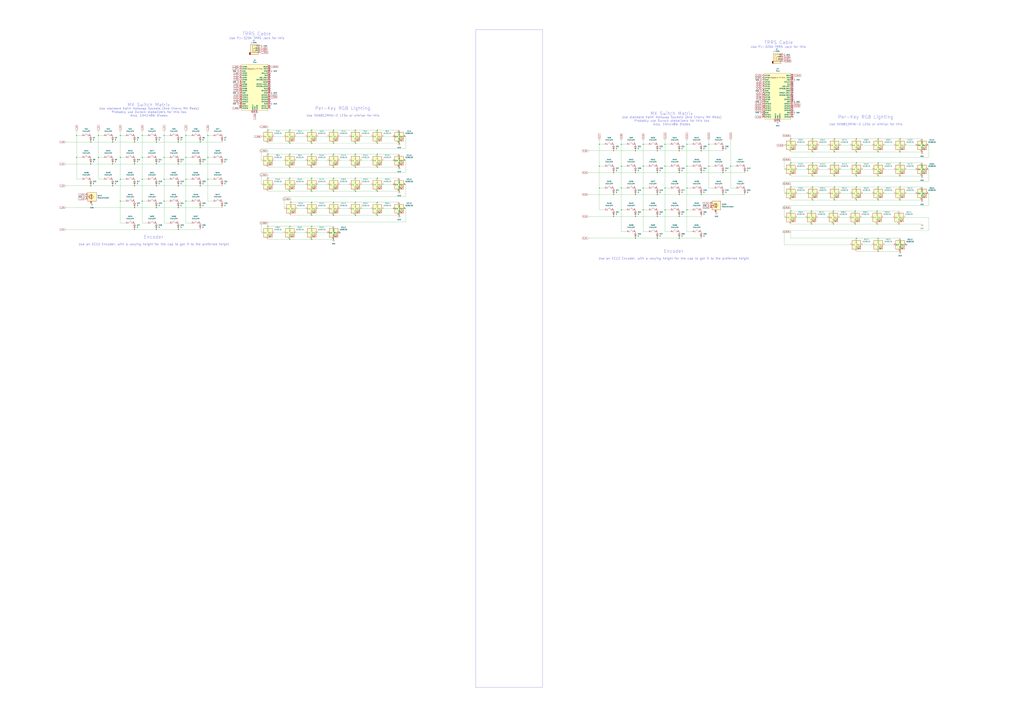
<source format=kicad_sch>
(kicad_sch (version 20231120) (generator "eeschema") (generator_version "8.0")
  (paper "A0")
  (junction (at 463.55 166.37))
  (junction (at 165.1 157.48))
  (junction (at 361.95 234.95))
  (junction (at 156.21 241.3))
  (junction (at 387.35 278.13))
  (junction (at 737.87 276.86))
  (junction (at 1019.81 292.1))
  (junction (at 943.61 232.41))
  (junction (at 772.16 167.64))
  (junction (at 387.35 151.13))
  (junction (at 207.01 190.5))
  (junction (at 387.35 250.19))
  (junction (at 311.15 179.07))
  (junction (at 207.01 266.7))
  (junction (at 1070.61 232.41))
  (junction (at 746.76 167.64))
  (junction (at 387.35 166.37))
  (junction (at 139.7 157.48))
  (junction (at 88.9 157.48))
  (junction (at 721.36 193.04))
  (junction (at 336.55 222.25))
  (junction (at 797.56 218.44))
  (junction (at 336.55 166.37))
  (junction (at 241.3 157.48))
  (junction (at 918.21 161.29))
  (junction (at 1045.21 292.1))
  (junction (at 337.82 234.95))
  (junction (at 207.01 241.3))
  (junction (at 412.75 194.31))
  (junction (at 994.41 176.53))
  (junction (at 232.41 190.5))
  (junction (at 1019.81 232.41))
  (junction (at 412.75 179.07))
  (junction (at 336.55 278.13))
  (junction (at 994.41 161.29))
  (junction (at 215.9 182.88))
  (junction (at 1019.81 204.47))
  (junction (at 943.61 161.29))
  (junction (at 412.75 234.95))
  (junction (at 387.35 207.01))
  (junction (at 412.75 166.37))
  (junction (at 993.14 245.11))
  (junction (at 139.7 233.68))
  (junction (at 814.07 200.66))
  (junction (at 387.35 222.25))
  (junction (at 139.7 182.88))
  (junction (at 746.76 243.84))
  (junction (at 207.01 165.1))
  (junction (at 763.27 276.86))
  (junction (at 797.56 167.64))
  (junction (at 772.16 193.04))
  (junction (at 438.15 194.31))
  (junction (at 721.36 218.44))
  (junction (at 361.95 166.37))
  (junction (at 361.95 250.19))
  (junction (at 130.81 190.5))
  (junction (at 788.67 251.46))
  (junction (at 788.67 226.06))
  (junction (at 232.41 215.9))
  (junction (at 438.15 222.25))
  (junction (at 994.41 276.86))
  (junction (at 361.95 262.89))
  (junction (at 848.36 193.04))
  (junction (at 463.55 250.19))
  (junction (at 241.3 182.88))
  (junction (at 1019.81 176.53))
  (junction (at 139.7 208.28))
  (junction (at 942.34 260.35))
  (junction (at 130.81 165.1))
  (junction (at 156.21 165.1))
  (junction (at 181.61 190.5))
  (junction (at 438.15 207.01))
  (junction (at 788.67 200.66))
  (junction (at 361.95 151.13))
  (junction (at 737.87 200.66))
  (junction (at 712.47 200.66))
  (junction (at 918.21 217.17))
  (junction (at 943.61 217.17))
  (junction (at 1019.81 189.23))
  (junction (at 438.15 179.07))
  (junction (at 165.1 182.88))
  (junction (at 967.74 260.35))
  (junction (at 1045.21 204.47))
  (junction (at 1070.61 176.53))
  (junction (at 336.55 179.07))
  (junction (at 994.41 217.17))
  (junction (at 105.41 190.5))
  (junction (at 361.95 222.25))
  (junction (at 105.41 165.1))
  (junction (at 1045.21 176.53))
  (junction (at 412.75 207.01))
  (junction (at 1045.21 161.29))
  (junction (at 737.87 251.46))
  (junction (at 943.61 176.53))
  (junction (at 797.56 243.84))
  (junction (at 438.15 166.37))
  (junction (at 1018.54 260.35))
  (junction (at 969.01 232.41))
  (junction (at 165.1 208.28))
  (junction (at 1045.21 217.17))
  (junction (at 969.01 176.53))
  (junction (at 772.16 243.84))
  (junction (at 737.87 226.06))
  (junction (at 156.21 266.7))
  (junction (at 712.47 226.06))
  (junction (at 336.55 207.01))
  (junction (at 336.55 151.13))
  (junction (at 311.15 207.01))
  (junction (at 190.5 182.88))
  (junction (at 1019.81 161.29))
  (junction (at 942.34 245.11))
  (junction (at 181.61 165.1))
  (junction (at 814.07 226.06))
  (junction (at 387.35 194.31))
  (junction (at 361.95 278.13))
  (junction (at 114.3 182.88))
  (junction (at 181.61 241.3))
  (junction (at 241.3 208.28))
  (junction (at 232.41 241.3))
  (junction (at 993.14 260.35))
  (junction (at 387.35 234.95))
  (junction (at 412.75 222.25))
  (junction (at 969.01 189.23))
  (junction (at 839.47 226.06))
  (junction (at 190.5 157.48))
  (junction (at 763.27 200.66))
  (junction (at 156.21 215.9))
  (junction (at 412.75 151.13))
  (junction (at 994.41 189.23))
  (junction (at 1045.21 189.23))
  (junction (at 232.41 165.1))
  (junction (at 721.36 243.84))
  (junction (at 943.61 204.47))
  (junction (at 969.01 161.29))
  (junction (at 1019.81 217.17))
  (junction (at 190.5 208.28))
  (junction (at 387.35 179.07))
  (junction (at 814.07 175.26))
  (junction (at 746.76 218.44))
  (junction (at 361.95 207.01))
  (junction (at 695.96 218.44))
  (junction (at 763.27 175.26))
  (junction (at 1045.21 232.41))
  (junction (at 969.01 217.17))
  (junction (at 114.3 157.48))
  (junction (at 967.74 245.11))
  (junction (at 1043.94 260.35))
  (junction (at 463.55 194.31))
  (junction (at 311.15 262.89))
  (junction (at 311.15 151.13))
  (junction (at 181.61 266.7))
  (junction (at 839.47 200.66))
  (junction (at 721.36 167.64))
  (junction (at 336.55 194.31))
  (junction (at 336.55 262.89))
  (junction (at 361.95 179.07))
  (junction (at 438.15 151.13))
  (junction (at 215.9 157.48))
  (junction (at 361.95 194.31))
  (junction (at 712.47 175.26))
  (junction (at 763.27 251.46))
  (junction (at 746.76 193.04))
  (junction (at 918.21 245.11))
  (junction (at 88.9 182.88))
  (junction (at 438.15 234.95))
  (junction (at 712.47 251.46))
  (junction (at 822.96 193.04))
  (junction (at 763.27 226.06))
  (junction (at 969.01 204.47))
  (junction (at 1018.54 245.11))
  (junction (at 412.75 250.19))
  (junction (at 215.9 233.68))
  (junction (at 772.16 218.44))
  (junction (at 695.96 167.64))
  (junction (at 130.81 215.9))
  (junction (at 181.61 215.9))
  (junction (at 1070.61 204.47))
  (junction (at 207.01 215.9))
  (junction (at 822.96 167.64))
  (junction (at 695.96 193.04))
  (junction (at 797.56 193.04))
  (junction (at 105.41 215.9))
  (junction (at 918.21 189.23))
  (junction (at 463.55 222.25))
  (junction (at 994.41 204.47))
  (junction (at 737.87 175.26))
  (junction (at 156.21 190.5))
  (junction (at 943.61 189.23))
  (junction (at 788.67 175.26))
  (junction (at 190.5 233.68))
  (junction (at 438.15 250.19))
  (junction (at 215.9 208.28))
  (junction (at 788.67 276.86))
  (junction (at 1019.81 276.86))
  (junction (at 165.1 233.68))
  (junction (at 994.41 232.41))
  (no_connect (at 313.69 123.19))
  (no_connect (at 298.45 130.81))
  (no_connect (at 313.69 80.01))
  (no_connect (at 313.69 97.79))
  (no_connect (at 313.69 115.57))
  (no_connect (at 313.69 100.33))
  (no_connect (at 394.97 270.51))
  (no_connect (at 313.69 105.41))
  (no_connect (at 313.69 85.09))
  (no_connect (at 278.13 123.19))
  (no_connect (at 313.69 125.73))
  (no_connect (at 920.75 107.95))
  (no_connect (at 900.43 140.97))
  (no_connect (at 920.75 133.35))
  (no_connect (at 920.75 113.03))
  (no_connect (at 1052.83 284.48))
  (no_connect (at 313.69 118.11))
  (no_connect (at 920.75 115.57))
  (no_connect (at 920.75 135.89))
  (no_connect (at 920.75 97.79))
  (no_connect (at 313.69 95.25))
  (no_connect (at 920.75 102.87))
  (no_connect (at 920.75 100.33))
  (no_connect (at 905.51 140.97))
  (no_connect (at 920.75 128.27))
  (no_connect (at 920.75 110.49))
  (no_connect (at 313.69 90.17))
  (no_connect (at 920.75 125.73))
  (no_connect (at 920.75 95.25))
  (no_connect (at 313.69 92.71))
  (no_connect (at 313.69 102.87))
  (no_connect (at 885.19 133.35))
  (no_connect (at 920.75 90.17))
  (no_connect (at 313.69 87.63))
  (no_connect (at 293.37 130.81))
  (no_connect (at 920.75 105.41))
  (wire (pts (xy 910.59 238.76) (xy 910.59 252.73)))
  (wire (pts (xy 369.57 186.69) (xy 379.73 186.69)))
  (wire (pts (xy 156.21 190.5) (xy 181.61 190.5)))
  (wire (pts (xy 839.47 200.66) (xy 864.87 200.66)))
  (wire (pts (xy 241.3 157.48) (xy 241.3 182.88)))
  (wire (pts (xy 993.14 245.11) (xy 1018.54 245.11)))
  (wire (pts (xy 471.17 214.63) (xy 471.17 228.6)))
  (wire (pts (xy 181.61 266.7) (xy 207.01 266.7)))
  (wire (pts (xy 105.41 215.9) (xy 130.81 215.9)))
  (wire (pts (xy 471.17 228.6) (xy 330.2 228.6)))
  (wire (pts (xy 1019.81 232.41) (xy 1045.21 232.41)))
  (wire (pts (xy 311.15 179.07) (xy 336.55 179.07)))
  (wire (pts (xy 361.95 207.01) (xy 387.35 207.01)))
  (wire (pts (xy 788.67 200.66) (xy 814.07 200.66)))
  (wire (pts (xy 1078.23 252.73) (xy 1051.56 252.73)))
  (wire (pts (xy 976.63 196.85) (xy 986.79 196.85)))
  (wire (pts (xy 1045.21 161.29) (xy 1070.61 161.29)))
  (wire (pts (xy 311.15 166.37) (xy 336.55 166.37)))
  (wire (pts (xy 181.61 215.9) (xy 207.01 215.9)))
  (wire (pts (xy 171.45 157.48) (xy 165.1 157.48)))
  (wire (pts (xy 943.61 217.17) (xy 969.01 217.17)))
  (wire (pts (xy 337.82 234.95) (xy 361.95 234.95)))
  (wire (pts (xy 361.95 234.95) (xy 387.35 234.95)))
  (wire (pts (xy 222.25 157.48) (xy 215.9 157.48)))
  (wire (pts (xy 702.31 167.64) (xy 695.96 167.64)))
  (wire (pts (xy 318.77 270.51) (xy 328.93 270.51)))
  (wire (pts (xy 763.27 175.26) (xy 788.67 175.26)))
  (wire (pts (xy 318.77 158.75) (xy 328.93 158.75)))
  (wire (pts (xy 215.9 259.08) (xy 222.25 259.08)))
  (wire (pts (xy 994.41 232.41) (xy 1019.81 232.41)))
  (wire (pts (xy 190.5 233.68) (xy 190.5 259.08)))
  (wire (pts (xy 797.56 218.44) (xy 797.56 243.84)))
  (wire (pts (xy 925.83 252.73) (xy 934.72 252.73)))
  (wire (pts (xy 969.01 204.47) (xy 994.41 204.47)))
  (wire (pts (xy 215.9 233.68) (xy 222.25 233.68)))
  (wire (pts (xy 969.01 161.29) (xy 994.41 161.29)))
  (wire (pts (xy 222.25 182.88) (xy 215.9 182.88)))
  (wire (pts (xy 753.11 218.44) (xy 746.76 218.44)))
  (wire (pts (xy 925.83 168.91) (xy 935.99 168.91)))
  (wire (pts (xy 721.36 243.84) (xy 727.71 243.84)))
  (wire (pts (xy 412.75 166.37) (xy 438.15 166.37)))
  (wire (pts (xy 1052.83 196.85) (xy 1062.99 196.85)))
  (wire (pts (xy 311.15 147.32) (xy 311.15 151.13)))
  (wire (pts (xy 1027.43 168.91) (xy 1037.59 168.91)))
  (wire (pts (xy 241.3 208.28) (xy 241.3 233.68)))
  (wire (pts (xy 181.61 241.3) (xy 207.01 241.3)))
  (wire (pts (xy 1027.43 224.79) (xy 1037.59 224.79)))
  (wire (pts (xy 165.1 233.68) (xy 171.45 233.68)))
  (wire (pts (xy 130.81 190.5) (xy 156.21 190.5)))
  (wire (pts (xy 1019.81 176.53) (xy 1045.21 176.53)))
  (wire (pts (xy 727.71 167.64) (xy 721.36 167.64)))
  (wire (pts (xy 683.26 251.46) (xy 712.47 251.46)))
  (wire (pts (xy 114.3 182.88) (xy 114.3 208.28)))
  (wire (pts (xy 344.17 270.51) (xy 354.33 270.51)))
  (wire (pts (xy 1019.81 276.86) (xy 1045.21 276.86)))
  (wire (pts (xy 1078.23 168.91) (xy 1078.23 182.88)))
  (wire (pts (xy 369.57 242.57) (xy 379.73 242.57)))
  (wire (pts (xy 1002.03 168.91) (xy 1012.19 168.91)))
  (wire (pts (xy 412.75 179.07) (xy 438.15 179.07)))
  (wire (pts (xy 76.2 241.3) (xy 156.21 241.3)))
  (wire (pts (xy 311.15 259.08) (xy 311.15 262.89)))
  (wire (pts (xy 445.77 186.69) (xy 455.93 186.69)))
  (wire (pts (xy 829.31 167.64) (xy 822.96 167.64)))
  (wire (pts (xy 994.41 189.23) (xy 1019.81 189.23)))
  (wire (pts (xy 994.41 217.17) (xy 1019.81 217.17)))
  (wire (pts (xy 438.15 179.07) (xy 463.55 179.07)))
  (wire (pts (xy 76.2 215.9) (xy 105.41 215.9)))
  (wire (pts (xy 1045.21 189.23) (xy 1070.61 189.23)))
  (wire (pts (xy 683.26 226.06) (xy 712.47 226.06)))
  (wire (pts (xy 207.01 190.5) (xy 232.41 190.5)))
  (wire (pts (xy 763.27 251.46) (xy 788.67 251.46)))
  (wire (pts (xy 910.59 182.88) (xy 910.59 196.85)))
  (wire (pts (xy 190.5 182.88) (xy 190.5 208.28)))
  (wire (pts (xy 1078.23 210.82) (xy 1078.23 196.85)))
  (wire (pts (xy 181.61 165.1) (xy 207.01 165.1)))
  (wire (pts (xy 345.44 242.57) (xy 354.33 242.57)))
  (wire (pts (xy 420.37 242.57) (xy 430.53 242.57)))
  (wire (pts (xy 438.15 207.01) (xy 463.55 207.01)))
  (wire (pts (xy 412.75 234.95) (xy 438.15 234.95)))
  (wire (pts (xy 994.41 292.1) (xy 1019.81 292.1)))
  (wire (pts (xy 848.36 193.04) (xy 848.36 218.44)))
  (wire (pts (xy 918.21 269.24) (xy 918.21 276.86)))
  (wire (pts (xy 993.14 260.35) (xy 1018.54 260.35)))
  (wire (pts (xy 721.36 162.56) (xy 721.36 167.64)))
  (wire (pts (xy 969.01 189.23) (xy 994.41 189.23)))
  (wire (pts (xy 156.21 266.7) (xy 181.61 266.7)))
  (wire (pts (xy 1045.21 217.17) (xy 1070.61 217.17)))
  (wire (pts (xy 95.25 182.88) (xy 88.9 182.88)))
  (wire (pts (xy 181.61 190.5) (xy 207.01 190.5)))
  (wire (pts (xy 336.55 207.01) (xy 361.95 207.01)))
  (wire (pts (xy 925.83 196.85) (xy 935.99 196.85)))
  (wire (pts (xy 420.37 214.63) (xy 430.53 214.63)))
  (wire (pts (xy 311.15 278.13) (xy 336.55 278.13)))
  (wire (pts (xy 311.15 194.31) (xy 336.55 194.31)))
  (wire (pts (xy 336.55 278.13) (xy 361.95 278.13)))
  (wire (pts (xy 156.21 165.1) (xy 181.61 165.1)))
  (wire (pts (xy 803.91 218.44) (xy 797.56 218.44)))
  (wire (pts (xy 1019.81 189.23) (xy 1045.21 189.23)))
  (wire (pts (xy 241.3 152.4) (xy 241.3 157.48)))
  (wire (pts (xy 778.51 167.64) (xy 772.16 167.64)))
  (wire (pts (xy 695.96 167.64) (xy 695.96 193.04)))
  (wire (pts (xy 910.59 267.97) (xy 910.59 284.48)))
  (wire (pts (xy 712.47 200.66) (xy 737.87 200.66)))
  (wire (pts (xy 361.95 278.13) (xy 387.35 278.13)))
  (wire (pts (xy 146.05 182.88) (xy 139.7 182.88)))
  (wire (pts (xy 412.75 250.19) (xy 438.15 250.19)))
  (wire (pts (xy 746.76 193.04) (xy 746.76 218.44)))
  (wire (pts (xy 829.31 218.44) (xy 822.96 218.44)))
  (wire (pts (xy 222.25 208.28) (xy 215.9 208.28)))
  (wire (pts (xy 215.9 233.68) (xy 215.9 259.08)))
  (wire (pts (xy 190.5 208.28) (xy 190.5 233.68)))
  (wire (pts (xy 814.07 175.26) (xy 839.47 175.26)))
  (wire (pts (xy 753.11 167.64) (xy 746.76 167.64)))
  (wire (pts (xy 232.41 190.5) (xy 257.81 190.5)))
  (wire (pts (xy 918.21 185.42) (xy 918.21 189.23)))
  (wire (pts (xy 727.71 193.04) (xy 721.36 193.04)))
  (wire (pts (xy 695.96 193.04) (xy 695.96 218.44)))
  (wire (pts (xy 702.31 218.44) (xy 695.96 218.44)))
  (wire (pts (xy 772.16 243.84) (xy 778.51 243.84)))
  (wire (pts (xy 336.55 194.31) (xy 361.95 194.31)))
  (wire (pts (xy 797.56 243.84) (xy 797.56 269.24)))
  (wire (pts (xy 303.53 214.63) (xy 303.53 200.66)))
  (wire (pts (xy 361.95 166.37) (xy 387.35 166.37)))
  (wire (pts (xy 943.61 176.53) (xy 969.01 176.53)))
  (wire (pts (xy 772.16 162.56) (xy 772.16 167.64)))
  (wire (pts (xy 88.9 182.88) (xy 88.9 208.28)))
  (wire (pts (xy 1018.54 260.35) (xy 1043.94 260.35)))
  (wire (pts (xy 1052.83 224.79) (xy 1062.99 224.79)))
  (wire (pts (xy 746.76 243.84) (xy 746.76 269.24)))
  (wire (pts (xy 969.01 217.17) (xy 994.41 217.17)))
  (wire (pts (xy 1078.23 238.76) (xy 910.59 238.76)))
  (wire (pts (xy 215.9 157.48) (xy 215.9 182.88)))
  (wire (pts (xy 788.67 251.46) (xy 814.07 251.46)))
  (wire (pts (xy 165.1 157.48) (xy 165.1 182.88)))
  (wire (pts (xy 951.23 196.85) (xy 961.39 196.85)))
  (wire (pts (xy 471.17 257.81) (xy 303.53 257.81)))
  (wire (pts (xy 387.35 222.25) (xy 412.75 222.25)))
  (wire (pts (xy 361.95 262.89) (xy 387.35 262.89)))
  (wire (pts (xy 803.91 167.64) (xy 797.56 167.64)))
  (wire (pts (xy 394.97 242.57) (xy 405.13 242.57)))
  (wire (pts (xy 165.1 233.68) (xy 165.1 259.08)))
  (wire (pts (xy 139.7 182.88) (xy 139.7 208.28)))
  (wire (pts (xy 130.81 165.1) (xy 156.21 165.1)))
  (wire (pts (xy 994.41 204.47) (xy 1019.81 204.47)))
  (wire (pts (xy 344.17 186.69) (xy 354.33 186.69)))
  (wire (pts (xy 139.7 233.68) (xy 139.7 259.08)))
  (wire (pts (xy 797.56 269.24) (xy 803.91 269.24)))
  (wire (pts (xy 994.41 176.53) (xy 1019.81 176.53)))
  (wire (pts (xy 772.16 218.44) (xy 772.16 243.84)))
  (wire (pts (xy 311.15 151.13) (xy 336.55 151.13)))
  (wire (pts (xy 1027.43 284.48) (xy 1037.59 284.48)))
  (wire (pts (xy 207.01 266.7) (xy 232.41 266.7)))
  (wire (pts (xy 943.61 204.47) (xy 969.01 204.47)))
  (wire (pts (xy 949.96 252.73) (xy 960.12 252.73)))
  (wire (pts (xy 918.21 241.3) (xy 918.21 245.11)))
  (wire (pts (xy 139.7 259.08) (xy 146.05 259.08)))
  (wire (pts (xy 139.7 233.68) (xy 146.05 233.68)))
  (wire (pts (xy 361.95 151.13) (xy 387.35 151.13)))
  (wire (pts (xy 190.5 259.08) (xy 196.85 259.08)))
  (wire (pts (xy 772.16 269.24) (xy 778.51 269.24)))
  (wire (pts (xy 976.63 224.79) (xy 986.79 224.79)))
  (wire (pts (xy 1026.16 252.73) (xy 1036.32 252.73)))
  (wire (pts (xy 737.87 200.66) (xy 763.27 200.66)))
  (wire (pts (xy 839.47 226.06) (xy 864.87 226.06)))
  (wire (pts (xy 156.21 241.3) (xy 181.61 241.3)))
  (wire (pts (xy 165.1 259.08) (xy 171.45 259.08)))
  (wire (pts (xy 918.21 232.41) (xy 943.61 232.41)))
  (wire (pts (xy 918.21 217.17) (xy 943.61 217.17)))
  (wire (pts (xy 918.21 260.35) (xy 942.34 260.35)))
  (wire (pts (xy 918.21 245.11) (xy 942.34 245.11)))
  (wire (pts (xy 387.35 250.19) (xy 412.75 250.19)))
  (wire (pts (xy 772.16 167.64) (xy 772.16 193.04)))
  (wire (pts (xy 471.17 242.57) (xy 471.17 257.81)))
  (wire (pts (xy 232.41 215.9) (xy 257.81 215.9)))
  (wire (pts (xy 683.26 200.66) (xy 712.47 200.66)))
  (wire (pts (xy 420.37 186.69) (xy 430.53 186.69)))
  (wire (pts (xy 721.36 269.24) (xy 721.36 243.84)))
  (wire (pts (xy 303.53 172.72) (xy 303.53 186.69)))
  (wire (pts (xy 727.71 218.44) (xy 721.36 218.44)))
  (wire (pts (xy 969.01 232.41) (xy 994.41 232.41)))
  (wire (pts (xy 763.27 200.66) (xy 788.67 200.66)))
  (wire (pts (xy 918.21 189.23) (xy 943.61 189.23)))
  (wire (pts (xy 778.51 218.44) (xy 772.16 218.44)))
  (wire (pts (xy 387.35 151.13) (xy 412.75 151.13)))
  (wire (pts (xy 737.87 226.06) (xy 763.27 226.06)))
  (wire (pts (xy 1045.21 176.53) (xy 1070.61 176.53)))
  (wire (pts (xy 165.1 208.28) (xy 165.1 233.68)))
  (wire (pts (xy 702.31 193.04) (xy 695.96 193.04)))
  (wire (pts (xy 943.61 232.41) (xy 969.01 232.41)))
  (wire (pts (xy 721.36 167.64) (xy 721.36 193.04)))
  (wire (pts (xy 318.77 186.69) (xy 328.93 186.69)))
  (wire (pts (xy 76.2 266.7) (xy 156.21 266.7)))
  (wire (pts (xy 737.87 251.46) (xy 763.27 251.46)))
  (wire (pts (xy 1078.23 252.73) (xy 1078.23 267.97)))
  (wire (pts (xy 361.95 250.19) (xy 387.35 250.19)))
  (wire (pts (xy 918.21 176.53) (xy 943.61 176.53)))
  (wire (pts (xy 146.05 208.28) (xy 139.7 208.28)))
  (wire (pts (xy 207.01 215.9) (xy 232.41 215.9)))
  (wire (pts (xy 1002.03 284.48) (xy 1012.19 284.48)))
  (wire (pts (xy 88.9 152.4) (xy 88.9 157.48)))
  (wire (pts (xy 746.76 269.24) (xy 753.11 269.24)))
  (wire (pts (xy 95.25 208.28) (xy 88.9 208.28)))
  (wire (pts (xy 336.55 179.07) (xy 361.95 179.07)))
  (wire (pts (xy 247.65 157.48) (xy 241.3 157.48)))
  (wire (pts (xy 918.21 213.36) (xy 918.21 217.17)))
  (wire (pts (xy 311.15 207.01) (xy 336.55 207.01)))
  (wire (pts (xy 139.7 208.28) (xy 139.7 233.68)))
  (wire (pts (xy 412.75 194.31) (xy 438.15 194.31)))
  (wire (pts (xy 822.96 162.56) (xy 822.96 167.64)))
  (wire (pts (xy 1002.03 196.85) (xy 1012.19 196.85)))
  (wire (pts (xy 1019.81 204.47) (xy 1045.21 204.47)))
  (wire (pts (xy 788.67 226.06) (xy 814.07 226.06)))
  (wire (pts (xy 712.47 251.46) (xy 737.87 251.46)))
  (wire (pts (xy 196.85 182.88) (xy 190.5 182.88)))
  (wire (pts (xy 1043.94 260.35) (xy 1070.61 260.35)))
  (wire (pts (xy 171.45 208.28) (xy 165.1 208.28)))
  (wire (pts (xy 763.27 226.06) (xy 788.67 226.06)))
  (wire (pts (xy 105.41 165.1) (xy 130.81 165.1)))
  (wire (pts (xy 943.61 189.23) (xy 969.01 189.23)))
  (wire (pts (xy 695.96 162.56) (xy 695.96 167.64)))
  (wire (pts (xy 753.11 193.04) (xy 746.76 193.04)))
  (wire (pts (xy 114.3 157.48) (xy 114.3 182.88)))
  (wire (pts (xy 848.36 162.56) (xy 848.36 193.04)))
  (wire (pts (xy 683.26 276.86) (xy 737.87 276.86)))
  (wire (pts (xy 156.21 215.9) (xy 181.61 215.9)))
  (wire (pts (xy 139.7 157.48) (xy 139.7 182.88)))
  (wire (pts (xy 829.31 193.04) (xy 822.96 193.04)))
  (wire (pts (xy 438.15 222.25) (xy 463.55 222.25)))
  (wire (pts (xy 303.53 257.81) (xy 303.53 270.51)))
  (wire (pts (xy 918.21 276.86) (xy 994.41 276.86)))
  (wire (pts (xy 336.55 262.89) (xy 361.95 262.89)))
  (wire (pts (xy 471.17 200.66) (xy 471.17 186.69)))
  (wire (pts (xy 746.76 167.64) (xy 746.76 193.04)))
  (wire (pts (xy 994.41 276.86) (xy 1019.81 276.86)))
  (wire (pts (xy 369.57 270.51) (xy 379.73 270.51)))
  (wire (pts (xy 215.9 208.28) (xy 215.9 233.68)))
  (wire (pts (xy 951.23 168.91) (xy 961.39 168.91)))
  (wire (pts (xy 387.35 207.01) (xy 412.75 207.01)))
  (wire (pts (xy 788.67 276.86) (xy 814.07 276.86)))
  (wire (pts (xy 797.56 193.04) (xy 797.56 218.44)))
  (wire (pts (xy 994.41 161.29) (xy 1019.81 161.29)))
  (wire (pts (xy 387.35 234.95) (xy 412.75 234.95)))
  (wire (pts (xy 361.95 222.25) (xy 387.35 222.25)))
  (wire (pts (xy 76.2 165.1) (xy 105.41 165.1)))
  (wire (pts (xy 1078.23 182.88) (xy 910.59 182.88)))
  (wire (pts (xy 727.71 269.24) (xy 721.36 269.24)))
  (wire (pts (xy 1000.76 252.73) (xy 1010.92 252.73)))
  (wire (pts (xy 120.65 157.48) (xy 114.3 157.48)))
  (wire (pts (xy 942.34 260.35) (xy 967.74 260.35)))
  (wire (pts (xy 1019.81 217.17) (xy 1045.21 217.17)))
  (wire (pts (xy 336.55 151.13) (xy 361.95 151.13)))
  (wire (pts (xy 976.63 168.91) (xy 986.79 168.91)))
  (wire (pts (xy 247.65 182.88) (xy 241.3 182.88)))
  (wire (pts (xy 232.41 165.1) (xy 257.81 165.1)))
  (wire (pts (xy 721.36 193.04) (xy 721.36 218.44)))
  (wire (pts (xy 196.85 208.28) (xy 190.5 208.28)))
  (wire (pts (xy 737.87 175.26) (xy 763.27 175.26)))
  (wire (pts (xy 438.15 194.31) (xy 463.55 194.31)))
  (wire (pts (xy 120.65 208.28) (xy 114.3 208.28)))
  (wire (pts (xy 232.41 241.3) (xy 257.81 241.3)))
  (wire (pts (xy 171.45 182.88) (xy 165.1 182.88)))
  (wire (pts (xy 746.76 243.84) (xy 753.11 243.84)))
  (wire (pts (xy 394.97 214.63) (xy 405.13 214.63)))
  (wire (pts (xy 318.77 214.63) (xy 328.93 214.63)))
  (wire (pts (xy 918.21 204.47) (xy 943.61 204.47)))
  (wire (pts (xy 311.15 262.89) (xy 336.55 262.89)))
  (wire (pts (xy 772.16 193.04) (xy 772.16 218.44)))
  (wire (pts (xy 746.76 218.44) (xy 746.76 243.84)))
  (wire (pts (xy 196.85 157.48) (xy 190.5 157.48)))
  (wire (pts (xy 721.36 243.84) (xy 721.36 218.44)))
  (wire (pts (xy 910.59 224.79) (xy 910.59 210.82)))
  (wire (pts (xy 1045.21 232.41) (xy 1070.61 232.41)))
  (wire (pts (xy 951.23 224.79) (xy 961.39 224.79)))
  (wire (pts (xy 76.2 190.5) (xy 105.41 190.5)))
  (wire (pts (xy 746.76 162.56) (xy 746.76 167.64)))
  (wire (pts (xy 712.47 175.26) (xy 737.87 175.26)))
  (wire (pts (xy 943.61 161.29) (xy 969.01 161.29)))
  (wire (pts (xy 737.87 276.86) (xy 763.27 276.86)))
  (wire (pts (xy 344.17 158.75) (xy 354.33 158.75)))
  (wire (pts (xy 337.82 250.19) (xy 361.95 250.19)))
  (wire (pts (xy 1018.54 245.11) (xy 1043.94 245.11)))
  (wire (pts (xy 190.5 152.4) (xy 190.5 157.48)))
  (wire (pts (xy 361.95 194.31) (xy 387.35 194.31)))
  (wire (pts (xy 822.96 167.64) (xy 822.96 193.04)))
  (wire (pts (xy 854.71 218.44) (xy 848.36 218.44)))
  (wire (pts (xy 803.91 193.04) (xy 797.56 193.04)))
  (wire (pts (xy 412.75 222.25) (xy 438.15 222.25)))
  (wire (pts (xy 215.9 182.88) (xy 215.9 208.28)))
  (wire (pts (xy 910.59 284.48) (xy 986.79 284.48)))
  (wire (pts (xy 207.01 241.3) (xy 232.41 241.3)))
  (wire (pts (xy 330.2 228.6) (xy 330.2 242.57)))
  (wire (pts (xy 241.3 233.68) (xy 247.65 233.68)))
  (wire (pts (xy 967.74 260.35) (xy 993.14 260.35)))
  (wire (pts (xy 445.77 158.75) (xy 455.93 158.75)))
  (wire (pts (xy 369.57 214.63) (xy 379.73 214.63)))
  (wire (pts (xy 337.82 231.14) (xy 337.82 234.95)))
  (wire (pts (xy 387.35 194.31) (xy 412.75 194.31)))
  (wire (pts (xy 88.9 157.48) (xy 88.9 182.88)))
  (wire (pts (xy 814.07 226.06) (xy 839.47 226.06)))
  (wire (pts (xy 369.57 158.75) (xy 379.73 158.75)))
  (wire (pts (xy 105.41 190.5) (xy 130.81 190.5)))
  (wire (pts (xy 445.77 214.63) (xy 455.93 214.63)))
  (wire (pts (xy 215.9 152.4) (xy 215.9 157.48)))
  (wire (pts (xy 438.15 151.13) (xy 463.55 151.13)))
  (wire (pts (xy 797.56 167.64) (xy 797.56 193.04)))
  (wire (pts (xy 344.17 214.63) (xy 354.33 214.63)))
  (wire (pts (xy 471.17 158.75) (xy 471.17 172.72)))
  (wire (pts (xy 247.65 208.28) (xy 241.3 208.28)))
  (wire (pts (xy 146.05 157.48) (xy 139.7 157.48)))
  (wire (pts (xy 438.15 166.37) (xy 463.55 166.37)))
  (wire (pts (xy 969.01 176.53) (xy 994.41 176.53)))
  (wire (pts (xy 1078.23 224.79) (xy 1078.23 238.76)))
  (wire (pts (xy 139.7 152.4) (xy 139.7 157.48)))
  (wire (pts (xy 311.15 203.2) (xy 311.15 207.01)))
  (wire (pts (xy 778.51 193.04) (xy 772.16 193.04)))
  (wire (pts (xy 412.75 207.01) (xy 438.15 207.01)))
  (wire (pts (xy 712.47 226.06) (xy 737.87 226.06)))
  (wire (pts (xy 822.96 193.04) (xy 822.96 218.44)))
  (wire (pts (xy 438.15 234.95) (xy 463.55 234.95)))
  (wire (pts (xy 1045.21 204.47) (xy 1070.61 204.47)))
  (wire (pts (xy 336.55 166.37) (xy 361.95 166.37)))
  (wire (pts (xy 311.15 222.25) (xy 336.55 222.25)))
  (wire (pts (xy 967.74 245.11) (xy 993.14 245.11)))
  (wire (pts (xy 207.01 165.1) (xy 232.41 165.1)))
  (wire (pts (xy 1019.81 161.29) (xy 1045.21 161.29)))
  (wire (pts (xy 975.36 252.73) (xy 985.52 252.73)))
  (wire (pts (xy 797.56 243.84) (xy 803.91 243.84)))
  (wire (pts (xy 241.3 182.88) (xy 241.3 208.28)))
  (wire (pts (xy 165.1 182.88) (xy 165.1 208.28)))
  (wire (pts (xy 918.21 161.29) (xy 943.61 161.29)))
  (wire (pts (xy 942.34 245.11) (xy 967.74 245.11)))
  (wire (pts (xy 114.3 152.4) (xy 114.3 157.48)))
  (wire (pts (xy 387.35 179.07) (xy 412.75 179.07)))
  (wire (pts (xy 1002.03 224.79) (xy 1012.19 224.79)))
  (wire (pts (xy 130.81 215.9) (xy 156.21 215.9)))
  (wire (pts (xy 1078.23 267.97) (xy 910.59 267.97)))
  (wire (pts (xy 1027.43 196.85) (xy 1037.59 196.85)))
  (wire (pts (xy 394.97 186.69) (xy 405.13 186.69)))
  (wire (pts (xy 772.16 243.84) (xy 772.16 269.24)))
  (wire (pts (xy 394.97 158.75) (xy 405.13 158.75)))
  (wire (pts (xy 925.83 224.79) (xy 935.99 224.79)))
  (wire (pts (xy 303.53 200.66) (xy 471.17 200.66)))
  (wire (pts (xy 420.37 158.75) (xy 430.53 158.75)))
  (wire (pts (xy 311.15 175.26) (xy 311.15 179.07)))
  (wire (pts (xy 387.35 166.37) (xy 412.75 166.37)))
  (wire (pts (xy 1052.83 168.91) (xy 1062.99 168.91)))
  (wire (pts (xy 763.27 276.86) (xy 788.67 276.86)))
  (wire (pts (xy 910.59 210.82) (xy 1078.23 210.82)))
  (wire (pts (xy 1019.81 292.1) (xy 1045.21 292.1)))
  (wire (pts (xy 95.25 157.48) (xy 88.9 157.48)))
  (wire (pts (xy 412.75 151.13) (xy 438.15 151.13)))
  (wire (pts (xy 120.65 182.88) (xy 114.3 182.88)))
  (wire (pts (xy 336.55 222.25) (xy 361.95 222.25)))
  (wire (pts (xy 702.31 243.84) (xy 695.96 243.84)))
  (wire (pts (xy 471.17 172.72) (xy 303.53 172.72)))
  (wire (pts (xy 165.1 152.4) (xy 165.1 157.48)))
  (wire (pts (xy 788.67 175.26) (xy 814.07 175.26)))
  (wire (pts (xy 438.15 250.19) (xy 463.55 250.19)))
  (wire (pts (xy 683.26 175.26) (xy 712.47 175.26)))
  (wire (pts (xy 361.95 179.07) (xy 387.35 179.07)))
  (wire (pts (xy 854.71 193.04) (xy 848.36 193.04)))
  (wire (pts (xy 190.5 157.48) (xy 190.5 182.88)))
  (wire (pts (xy 445.77 242.57) (xy 455.93 242.57)))
  (wire (pts (xy 797.56 162.56) (xy 797.56 167.64)))
  (wire (pts (xy 814.07 200.66) (xy 839.47 200.66)))
  (wire (pts (xy 918.21 157.48) (xy 918.21 161.29)))
  (wire (pts (xy 190.5 233.68) (xy 196.85 233.68)))
  (wire (pts (xy 695.96 218.44) (xy 695.96 243.84)))
  (rectangle (start 552.45 34.29) (end 629.92 798.83))
  (text "TRRS Cable" (at 904.24 49.53 0) (effects (font (size 3.81 3.81))))
  (text "Encoder" (at 178.308 275.59 0) (effects (font (size 3.81 3.81))))
  (text "MX Switch Matrix" (at 779.78 132.08 0) (effects (font (size 3.81 3.81))))
  (text "Encoder" (at 782.066 292.1 0) (effects (font (size 3.81 3.81))))
  (text "Per-Key RGB Lighting" (at 1005.078 136.144 0) (effects (font (size 3.81 3.81))))
  (text "MX Switch Matrix" (at 172.72 121.92 0) (effects (font (size 3.81 3.81))))
  (text "Use PJ-320A TRRS Jack for this" (at 298.196 44.45 0) (effects (font (size 2.54 2.54))))
  (text "Use an EC12 Encoder, with a varying height for the cap to get it to the preferred height" (at 178.562 283.972 0) (effects (font (size 2.54 2.54))))
  (text "Use PJ-320A TRRS Jack for this" (at 903.732 54.61 0) (effects (font (size 2.54 2.54))))
  (text "TRRS Cable" (at 298.196 39.37 0) (effects (font (size 3.81 3.81))))
  (text "Use SK6812MINI-E LEDs or similar for this" (at 1005.332 144.526 0) (effects (font (size 2.54 2.54))))
  (text "Per-Key RGB Lighting" (at 398.018 125.984 0) (effects (font (size 3.81 3.81))))
  (text "Use SK6812MINI-E LEDs or similar for this" (at 398.272 134.366 0) (effects (font (size 2.54 2.54))))
  (text "Use an EC12 Encoder, with a varying height for the cap to get it to the preferred height" (at 782.32 300.482 0) (effects (font (size 2.54 2.54))))
  (text "Use standard Kailh Hotswap Sockets (And Cherry MX Reds)\nProbably use Durock stabalizers for this too\nAlso, 1N4148W Diodes" (at 780.034 140.462 0) (effects (font (size 2.54 2.54))))
  (text "Use standard Kailh Hotswap Sockets (And Cherry MX Reds)\nProbably use Durock stabalizers for this too\nAlso, 1N4148W Diodes" (at 172.974 130.302 0) (effects (font (size 2.54 2.54))))
  (global_label "R_C9" (shape input) (at 885.19 115.57 180) (property "Intersheetrefs" "${INTERSHEET_REFS}" (effects (hide yes))))
  (global_label "R_VBUS" (shape input) (at 918.21 157.48 180) (property "Intersheetrefs" "${INTERSHEET_REFS}" (effects (hide yes))))
  (global_label "L_C6" (shape input) (at 278.13 118.11 180) (property "Intersheetrefs" "${INTERSHEET_REFS}" (effects (hide yes))))
  (global_label "L_GP0" (shape input) (at 302.26 55.88 0) (property "Intersheetrefs" "${INTERSHEET_REFS}" (effects (hide yes))))
  (global_label "L_C4" (shape input) (at 190.5 152.4 90) (property "Intersheetrefs" "${INTERSHEET_REFS}" (effects (hide yes))))
  (global_label "L_VBUS" (shape input) (at 311.15 203.2 180) (property "Intersheetrefs" "${INTERSHEET_REFS}" (effects (hide yes))))
  (global_label "L_GND" (shape input) (at 295.91 130.81 270) (property "Intersheetrefs" "${INTERSHEET_REFS}" (effects (hide yes))))
  (global_label "R_R4" (shape input) (at 885.19 107.95 180) (property "Intersheetrefs" "${INTERSHEET_REFS}" (effects (hide yes))))
  (global_label "L_C4" (shape input) (at 278.13 113.03 180) (property "Intersheetrefs" "${INTERSHEET_REFS}" (effects (hide yes))))
  (global_label "L_R2" (shape input) (at 76.2 215.9 180) (property "Intersheetrefs" "${INTERSHEET_REFS}" (effects (hide yes))))
  (global_label "L_R4" (shape input) (at 278.13 97.79 180) (property "Intersheetrefs" "${INTERSHEET_REFS}" (effects (hide yes))))
  (global_label "L_R1" (shape input) (at 76.2 190.5 180) (property "Intersheetrefs" "${INTERSHEET_REFS}" (effects (hide yes))))
  (global_label "R_VBUS" (shape input) (at 918.21 241.3 180) (property "Intersheetrefs" "${INTERSHEET_REFS}" (effects (hide yes))))
  (global_label "R_ECB" (shape input) (at 824.23 241.3 180) (property "Intersheetrefs" "${INTERSHEET_REFS}" (effects (hide yes))))
  (global_label "L_R4" (shape input) (at 76.2 266.7 180) (property "Intersheetrefs" "${INTERSHEET_REFS}" (effects (hide yes))))
  (global_label "L_R3" (shape input) (at 278.13 92.71 180) (property "Intersheetrefs" "${INTERSHEET_REFS}" (effects (hide yes))))
  (global_label "R_VBUS" (shape input) (at 918.21 185.42 180) (property "Intersheetrefs" "${INTERSHEET_REFS}" (effects (hide yes))))
  (global_label "R_ECA" (shape input) (at 824.23 236.22 180) (property "Intersheetrefs" "${INTERSHEET_REFS}" (effects (hide yes))))
  (global_label "R_R1" (shape input) (at 885.19 97.79 180) (property "Intersheetrefs" "${INTERSHEET_REFS}" (effects (hide yes))))
  (global_label "L_C0" (shape input) (at 88.9 152.4 90) (property "Intersheetrefs" "${INTERSHEET_REFS}" (effects (hide yes))))
  (global_label "L_RGB" (shape input) (at 303.53 158.75 180) (property "Intersheetrefs" "${INTERSHEET_REFS}" (effects (hide yes))))
  (global_label "R_C10" (shape input) (at 772.16 162.56 90) (property "Intersheetrefs" "${INTERSHEET_REFS}" (effects (hide yes))))
  (global_label "L_VBUS" (shape input) (at 311.15 147.32 180) (property "Intersheetrefs" "${INTERSHEET_REFS}" (effects (hide yes))))
  (global_label "L_GP1" (shape input) (at 302.26 58.42 0) (property "Intersheetrefs" "${INTERSHEET_REFS}" (effects (hide yes))))
  (global_label "L_ECA" (shape input) (at 99.06 226.06 180) (property "Intersheetrefs" "${INTERSHEET_REFS}" (effects (hide yes))))
  (global_label "L_C2" (shape input) (at 278.13 105.41 180) (property "Intersheetrefs" "${INTERSHEET_REFS}" (effects (hide yes))))
  (global_label "R_R2" (shape input) (at 885.19 100.33 180) (property "Intersheetrefs" "${INTERSHEET_REFS}" (effects (hide yes))))
  (global_label "R_GP1" (shape input) (at 885.19 90.17 180) (property "Intersheetrefs" "${INTERSHEET_REFS}" (effects (hide yes))))
  (global_label "L_GP0" (shape input) (at 278.13 77.47 180) (property "Intersheetrefs" "${INTERSHEET_REFS}" (effects (hide yes))))
  (global_label "R_C11" (shape input) (at 797.56 162.56 90) (property "Intersheetrefs" "${INTERSHEET_REFS}" (effects (hide yes))))
  (global_label "L_C0" (shape input) (at 278.13 100.33 180) (property "Intersheetrefs" "${INTERSHEET_REFS}" (effects (hide yes))))
  (global_label "L_VBUS" (shape input) (at 311.15 175.26 180) (property "Intersheetrefs" "${INTERSHEET_REFS}" (effects (hide yes))))
  (global_label "R_R3" (shape input) (at 885.19 102.87 180) (property "Intersheetrefs" "${INTERSHEET_REFS}" (effects (hide yes))))
  (global_label "L_C6" (shape input) (at 241.3 152.4 90) (property "Intersheetrefs" "${INTERSHEET_REFS}" (effects (hide yes))))
  (global_label "R_ECB" (shape input) (at 920.75 123.19 0) (property "Intersheetrefs" "${INTERSHEET_REFS}" (effects (hide yes))))
  (global_label "L_R1" (shape input) (at 278.13 87.63 180) (property "Intersheetrefs" "${INTERSHEET_REFS}" (effects (hide yes))))
  (global_label "L_VBUS" (shape input) (at 311.15 259.08 180) (property "Intersheetrefs" "${INTERSHEET_REFS}" (effects (hide yes))))
  (global_label "R_VBUS" (shape input) (at 909.32 71.12 0) (property "Intersheetrefs" "${INTERSHEET_REFS}" (effects (hide yes))))
  (global_label "L_R0" (shape input) (at 76.2 165.1 180) (property "Intersheetrefs" "${INTERSHEET_REFS}" (effects (hide yes))))
  (global_label "L_C1" (shape input) (at 114.3 152.4 90) (property "Intersheetrefs" "${INTERSHEET_REFS}" (effects (hide yes))))
  (global_label "R_C10" (shape input) (at 885.19 120.65 180) (property "Intersheetrefs" "${INTERSHEET_REFS}" (effects (hide yes))))
  (global_label "R_C12" (shape input) (at 822.96 162.56 90) (property "Intersheetrefs" "${INTERSHEET_REFS}" (effects (hide yes))))
  (global_label "L_RGB" (shape input) (at 278.13 125.73 180) (property "Intersheetrefs" "${INTERSHEET_REFS}" (effects (hide yes))))
  (global_label "R_GP0" (shape input) (at 885.19 87.63 180) (property "Intersheetrefs" "${INTERSHEET_REFS}" (effects (hide yes))))
  (global_label "R_C7" (shape input) (at 695.96 162.56 90) (property "Intersheetrefs" "${INTERSHEET_REFS}" (effects (hide yes))))
  (global_label "R_GP0" (shape input) (at 909.32 66.04 0) (property "Intersheetrefs" "${INTERSHEET_REFS}" (effects (hide yes))))
  (global_label "L_C3" (shape input) (at 165.1 152.4 90) (property "Intersheetrefs" "${INTERSHEET_REFS}" (effects (hide yes))))
  (global_label "R_R0" (shape input) (at 885.19 95.25 180) (property "Intersheetrefs" "${INTERSHEET_REFS}" (effects (hide yes))))
  (global_label "R_C12" (shape input) (at 885.19 125.73 180) (property "Intersheetrefs" "${INTERSHEET_REFS}" (effects (hide yes))))
  (global_label "L_C5" (shape input) (at 215.9 152.4 90) (property "Intersheetrefs" "${INTERSHEET_REFS}" (effects (hide yes))))
  (global_label "L_ECA" (shape input) (at 313.69 110.49 0) (property "Intersheetrefs" "${INTERSHEET_REFS}" (effects (hide yes))))
  (global_label "L_C5" (shape input) (at 278.13 115.57 180) (property "Intersheetrefs" "${INTERSHEET_REFS}" (effects (hide yes))))
  (global_label "L_C1" (shape input) (at 278.13 102.87 180) (property "Intersheetrefs" "${INTERSHEET_REFS}" (effects (hide yes))))
  (global_label "R_VBUS" (shape input) (at 918.21 269.24 180) (property "Intersheetrefs" "${INTERSHEET_REFS}" (effects (hide yes))))
  (global_label "L_ECB" (shape input) (at 313.69 113.03 0) (property "Intersheetrefs" "${INTERSHEET_REFS}" (effects (hide yes))))
  (global_label "R_RGB" (shape input) (at 910.59 168.91 180) (property "Intersheetrefs" "${INTERSHEET_REFS}" (effects (hide yes))))
  (global_label "R_GP1" (shape input) (at 909.32 68.58 0) (property "Intersheetrefs" "${INTERSHEET_REFS}" (effects (hide yes))))
  (global_label "L_ECB" (shape input) (at 99.06 231.14 180) (property "Intersheetrefs" "${INTERSHEET_REFS}" (effects (hide yes))))
  (global_label "R_ECA" (shape input) (at 920.75 120.65 0) (property "Intersheetrefs" "${INTERSHEET_REFS}" (effects (hide yes))))
  (global_label "R_R1" (shape input) (at 683.26 200.66 180) (property "Intersheetrefs" "${INTERSHEET_REFS}" (effects (hide yes))))
  (global_label "R_R2" (shape input) (at 683.26 226.06 180) (property "Intersheetrefs" "${INTERSHEET_REFS}" (effects (hide yes))))
  (global_label "R_C8" (shape input) (at 885.19 113.03 180) (property "Intersheetrefs" "${INTERSHEET_REFS}" (effects (hide yes))))
  (global_label "L_VBUS" (shape input) (at 337.82 231.14 180) (property "Intersheetrefs" "${INTERSHEET_REFS}" (effects (hide yes))))
  (global_label "R_RGB" (shape input) (at 885.19 135.89 180) (property "Intersheetrefs" "${INTERSHEET_REFS}" (effects (hide yes))))
  (global_label "R_C7" (shape input) (at 885.19 110.49 180) (property "Intersheetrefs" "${INTERSHEET_REFS}" (effects (hide yes))))
  (global_label "L_GP1" (shape input) (at 278.13 80.01 180) (property "Intersheetrefs" "${INTERSHEET_REFS}" (effects (hide yes))))
  (global_label "L_R3" (shape input) (at 76.2 241.3 180) (property "Intersheetrefs" "${INTERSHEET_REFS}" (effects (hide yes))))
  (global_label "R_C11" (shape input) (at 885.19 123.19 180) (property "Intersheetrefs" "${INTERSHEET_REFS}" (effects (hide yes))))
  (global_label "L_C3" (shape input) (at 278.13 110.49 180) (property "Intersheetrefs" "${INTERSHEET_REFS}" (effects (hide yes))))
  (global_label "R_C13" (shape input) (at 885.19 128.27 180) (property "Intersheetrefs" "${INTERSHEET_REFS}" (effects (hide yes))))
  (global_label "R_C9" (shape input) (at 746.76 162.56 90) (property "Intersheetrefs" "${INTERSHEET_REFS}" (effects (hide yes))))
  (global_label "R_C13" (shape input) (at 848.36 162.56 90) (property "Intersheetrefs" "${INTERSHEET_REFS}" (effects (hide yes))))
  (global_label "L_VBUS" (shape input) (at 302.26 60.96 0) (property "Intersheetrefs" "${INTERSHEET_REFS}" (effects (hide yes))))
  (global_label "R_R4" (shape input) (at 683.26 276.86 180) (property "Intersheetrefs" "${INTERSHEET_REFS}" (effects (hide yes))))
  (global_label "R_VBUS" (shape input) (at 918.21 213.36 180) (property "Intersheetrefs" "${INTERSHEET_REFS}" (effects (hide yes))))
  (global_label "L_R2" (shape input) (at 278.13 90.17 180) (property "Intersheetrefs" "${INTERSHEET_REFS}" (effects (hide yes))))
  (global_label "L_C2" (shape input) (at 139.7 152.4 90) (property "Intersheetrefs" "${INTERSHEET_REFS}" (effects (hide yes))))
  (global_label "L_R0" (shape input) (at 278.13 85.09 180) (property "Intersheetrefs" "${INTERSHEET_REFS}" (effects (hide yes))))
  (global_label "R_VBUS" (shape input) (at 920.75 87.63 0) (property "Intersheetrefs" "${INTERSHEET_REFS}" (effects (hide yes))))
  (global_label "R_R0" (shape input) (at 683.26 175.26 180) (property "Intersheetrefs" "${INTERSHEET_REFS}" (effects (hide yes))))
  (global_label "R_C8" (shape input) (at 721.36 162.56 90) (property "Intersheetrefs" "${INTERSHEET_REFS}" (effects (hide yes))))
  (global_label "L_VBUS" (shape input) (at 313.69 77.47 0) (property "Intersheetrefs" "${INTERSHEET_REFS}" (effects (hide yes))))
  (global_label "R_R3" (shape input) (at 683.26 251.46 180) (property "Intersheetrefs" "${INTERSHEET_REFS}" (effects (hide yes))))
  (symbol (lib_id "LED:WS2812B") (at 361.95 270.51 0) (unit 1)
    (property "Reference" "D30.5" (at 373.38 264.1914 0))
    (property "Value" "WS2812B" (at 373.38 266.7314 0))
    (property "Footprint" "footprints:SK6812-MINI-E" (effects (hide yes)))
    (property "Datasheet" "https://cdn-shop.adafruit.com/datasheets/WS2812B.pdf" (effects (hide yes)))
    (property "Description" "RGB LED with integrated controller" (effects (hide yes)))
  )
  (symbol (lib_id "CherryMX:CherryMX") (at 176.53 233.68 0) (unit 1)
    (property "Reference" "SW44" (at 176.53 226.06 0))
    (property "Value" "CherryMX" (at 176.53 228.6 0))
    (property "Footprint" "CherryMX_PCB_KailhSocket:CherryMX_1.00u_PCB_KailhSocket" (effects (hide yes)))
  )
  (symbol (lib_id "power:GND") (at 313.69 120.65 90) (unit 1)
    (property "Reference" "#PWR19" (effects (hide yes)))
    (property "Value" "GND" (at 317.5 120.6499 90) (effects (justify right)))
    (property "Description" "Power symbol creates a global label with name \"GND\" , ground" (effects (hide yes)))
  )
  (symbol (lib_id "power:GND") (at 824.23 238.76 270) (unit 1)
    (property "Reference" "#PWR31" (effects (hide yes)))
    (property "Value" "GND" (at 820.42 238.7599 90) (effects (justify right)))
    (property "Description" "Power symbol creates a global label with name \"GND\" , ground" (effects (hide yes)))
  )
  (symbol (lib_id "power:GND") (at 885.19 92.71 270) (unit 1)
    (property "Reference" "#PWR9" (effects (hide yes)))
    (property "Value" "GND" (at 881.38 92.7099 90) (effects (justify right)))
    (property "Description" "Power symbol creates a global label with name \"GND\" , ground" (effects (hide yes)))
  )
  (symbol (lib_id "LED:WS2812B") (at 918.21 224.79 0) (unit 1)
    (property "Reference" "D49.5" (at 929.64 218.4714 0))
    (property "Value" "WS2812B" (at 929.64 221.0114 0))
    (property "Footprint" "footprints:SK6812-MINI-E" (effects (hide yes)))
    (property "Datasheet" "https://cdn-shop.adafruit.com/datasheets/WS2812B.pdf" (effects (hide yes)))
    (property "Description" "RGB LED with integrated controller" (effects (hide yes)))
  )
  (symbol (lib_id "LED:WS2812B") (at 311.15 270.51 0) (unit 1)
    (property "Reference" "D28.5" (at 322.58 264.1914 0))
    (property "Value" "WS2812B" (at 322.58 266.7314 0))
    (property "Footprint" "footprints:SK6812-MINI-E" (effects (hide yes)))
    (property "Datasheet" "https://cdn-shop.adafruit.com/datasheets/WS2812B.pdf" (effects (hide yes)))
    (property "Description" "RGB LED with integrated controller" (effects (hide yes)))
  )
  (symbol (lib_id "power:GND") (at 463.55 194.31 0) (unit 1)
    (property "Reference" "#PWR26" (effects (hide yes)))
    (property "Value" "GND" (at 463.55 199.39 0))
    (property "Description" "Power symbol creates a global label with name \"GND\" , ground" (effects (hide yes)))
  )
  (symbol (lib_id "Device:D") (at 181.61 161.29 90) (unit 1)
    (property "Reference" "D4" (at 184.15 160.0199 90) (effects (justify right)))
    (property "Value" "D" (at 184.15 162.5599 90) (effects (justify right)))
    (property "Footprint" "Diode_SMD:D_SOD-123" (effects (hide yes)))
    (property "Description" "Diode" (effects (hide yes)))
    (property "Sim.Device" "D" (effects (hide yes)))
    (property "Sim.Pins" "1=K 2=A" (effects (hide yes)))
  )
  (symbol (lib_id "Device:D") (at 181.61 186.69 90) (unit 1)
    (property "Reference" "D11" (at 184.15 185.4199 90) (effects (justify right)))
    (property "Value" "D" (at 184.15 187.9599 90) (effects (justify right)))
    (property "Footprint" "Diode_SMD:D_SOD-123" (effects (hide yes)))
    (property "Description" "Diode" (effects (hide yes)))
    (property "Sim.Device" "D" (effects (hide yes)))
    (property "Sim.Pins" "1=K 2=A" (effects (hide yes)))
  )
  (symbol (lib_id "power:GND") (at 1070.61 176.53 0) (unit 1)
    (property "Reference" "#PWR3" (effects (hide yes)))
    (property "Value" "GND" (at 1070.61 181.61 0))
    (property "Description" "Power symbol creates a global label with name \"GND\" , ground" (effects (hide yes)))
  )
  (symbol (lib_id "LED:WS2812B") (at 438.15 158.75 0) (unit 1)
    (property "Reference" "D6.5" (at 449.58 152.4314 0))
    (property "Value" "WS2812B" (at 449.58 154.9714 0))
    (property "Footprint" "footprints:SK6812-MINI-E" (effects (hide yes)))
    (property "Datasheet" "https://cdn-shop.adafruit.com/datasheets/WS2812B.pdf" (effects (hide yes)))
    (property "Description" "RGB LED with integrated controller" (effects (hide yes)))
  )
  (symbol (lib_id "LED:WS2812B") (at 438.15 242.57 0) (unit 1)
    (property "Reference" "D26.5" (at 449.58 236.2514 0))
    (property "Value" "WS2812B" (at 449.58 238.7914 0))
    (property "Footprint" "footprints:SK6812-MINI-E" (effects (hide yes)))
    (property "Datasheet" "https://cdn-shop.adafruit.com/datasheets/WS2812B.pdf" (effects (hide yes)))
    (property "Description" "RGB LED with integrated controller" (effects (hide yes)))
  )
  (symbol (lib_id "Device:D") (at 839.47 171.45 90) (unit 1)
    (property "Reference" "D36" (at 842.01 170.1799 90) (effects (justify right)))
    (property "Value" "D" (at 842.01 172.7199 90) (effects (justify right)))
    (property "Footprint" "Diode_SMD:D_SOD-123" (effects (hide yes)))
    (property "Description" "Diode" (effects (hide yes)))
    (property "Sim.Device" "D" (effects (hide yes)))
    (property "Sim.Pins" "1=K 2=A" (effects (hide yes)))
  )
  (symbol (lib_id "Connector_Audio:AudioJack4") (at 297.18 55.88 0) (unit 1)
    (property "Reference" "J1" (at 294.64 46.99 0))
    (property "Value" "L_TRRS" (at 294.64 49.53 0))
    (property "Footprint" "footprints:PJ-320A" (effects (hide yes)))
    (property "Description" "Audio Jack, 4 Poles (TRRS)" (effects (hide yes)))
  )
  (symbol (lib_id "CherryMX:CherryMX") (at 100.33 182.88 0) (unit 1)
    (property "Reference" "SW14" (at 100.33 175.26 0))
    (property "Value" "CherryMX" (at 100.33 177.8 0))
    (property "Footprint" "CherryMX_PCB_KailhSocket:CherryMX_1.00u_PCB_KailhSocket" (effects (hide yes)))
  )
  (symbol (lib_id "CherryMX:CherryMX") (at 783.59 243.84 0) (unit 1)
    (property "Reference" "SW51" (at 783.59 236.22 0))
    (property "Value" "CherryMX" (at 783.59 238.76 0))
    (property "Footprint" "CherryMX_PCB_KailhSocket:CherryMX_1.00u_PCB_KailhSocket" (effects (hide yes)))
  )
  (symbol (lib_name "D_1") (lib_id "Device:D") (at 788.67 273.05 90) (unit 1)
    (property "Reference" "D58" (at 791.21 271.7799 90) (effects (justify right)))
    (property "Value" "D" (at 791.21 274.3199 90) (effects (justify right)))
    (property "Footprint" "Diode_SMD:D_SOD-123" (effects (hide yes)))
    (property "Description" "Diode" (effects (hide yes)))
    (property "Sim.Device" "D" (effects (hide yes)))
    (property "Sim.Pins" "1=K 2=A" (effects (hide yes)))
  )
  (symbol (lib_id "CherryMX:CherryMX") (at 227.33 157.48 0) (unit 1)
    (property "Reference" "SW6" (at 227.33 149.86 0))
    (property "Value" "CherryMX" (at 227.33 152.4 0))
    (property "Footprint" "CherryMX_PCB_KailhSocket:CherryMX_1.00u_PCB_KailhSocket" (effects (hide yes)))
  )
  (symbol (lib_id "CherryMX:CherryMX") (at 176.53 259.08 0) (unit 1)
    (property "Reference" "SW55" (at 176.53 251.46 0))
    (property "Value" "CherryMX" (at 176.53 254 0))
    (property "Footprint" "CherryMX_PCB_KailhSocket:CherryMX_1.50u_PCB_KailhSocket" (effects (hide yes)))
  )
  (symbol (lib_id "Device:D") (at 105.41 161.29 90) (unit 1)
    (property "Reference" "D1" (at 107.95 160.0199 90) (effects (justify right)))
    (property "Value" "D" (at 107.95 162.5599 90) (effects (justify right)))
    (property "Footprint" "Diode_SMD:D_SOD-123" (effects (hide yes)))
    (property "Description" "Diode" (effects (hide yes)))
    (property "Sim.Device" "D" (effects (hide yes)))
    (property "Sim.Pins" "1=K 2=A" (effects (hide yes)))
  )
  (symbol (lib_id "power:GND") (at 1045.21 292.1 0) (unit 1)
    (property "Reference" "#PWR7" (effects (hide yes)))
    (property "Value" "GND" (at 1045.21 297.18 0))
    (property "Description" "Power symbol creates a global label with name \"GND\" , ground" (effects (hide yes)))
  )
  (symbol (lib_id "Device:D") (at 181.61 237.49 90) (unit 1)
    (property "Reference" "D23" (at 184.15 236.2199 90) (effects (justify right)))
    (property "Value" "D" (at 184.15 238.7599 90) (effects (justify right)))
    (property "Footprint" "Diode_SMD:D_SOD-123" (effects (hide yes)))
    (property "Description" "Diode" (effects (hide yes)))
    (property "Sim.Device" "D" (effects (hide yes)))
    (property "Sim.Pins" "1=K 2=A" (effects (hide yes)))
  )
  (symbol (lib_id "CherryMX:CherryMX") (at 252.73 233.68 0) (unit 1)
    (property "Reference" "SW47" (at 252.73 226.06 0))
    (property "Value" "CherryMX" (at 252.73 228.6 0))
    (property "Footprint" "CherryMX_PCB_KailhSocket:CherryMX_1.00u_PCB_KailhSocket" (effects (hide yes)))
  )
  (symbol (lib_id "power:GND") (at 99.06 228.6 270) (unit 1)
    (property "Reference" "#PWR30" (effects (hide yes)))
    (property "Value" "GND" (at 95.25 228.5999 90) (effects (justify right)))
    (property "Description" "Power symbol creates a global label with name \"GND\" , ground" (effects (hide yes)))
  )
  (symbol (lib_id "LED:WS2812B") (at 361.95 158.75 0) (unit 1)
    (property "Reference" "D3.5" (at 373.38 152.4314 0))
    (property "Value" "WS2812B" (at 373.38 154.9714 0))
    (property "Footprint" "footprints:SK6812-MINI-E" (effects (hide yes)))
    (property "Datasheet" "https://cdn-shop.adafruit.com/datasheets/WS2812B.pdf" (effects (hide yes)))
    (property "Description" "RGB LED with integrated controller" (effects (hide yes)))
  )
  (symbol (lib_id "CherryMX:CherryMX") (at 201.93 233.68 0) (unit 1)
    (property "Reference" "SW45" (at 201.93 226.06 0))
    (property "Value" "CherryMX" (at 201.93 228.6 0))
    (property "Footprint" "CherryMX_PCB_KailhSocket:CherryMX_1.00u_PCB_KailhSocket" (effects (hide yes)))
  )
  (symbol (lib_id "CherryMX:CherryMX") (at 834.39 193.04 0) (unit 1)
    (property "Reference" "SW26" (at 834.39 185.42 0))
    (property "Value" "CherryMX" (at 834.39 187.96 0))
    (property "Footprint" "CherryMX_PCB_KailhSocket:CherryMX_1.00u_PCB_KailhSocket" (effects (hide yes)))
  )
  (symbol (lib_id "Device:D") (at 814.07 171.45 90) (unit 1)
    (property "Reference" "D35" (at 816.61 170.1799 90) (effects (justify right)))
    (property "Value" "D" (at 816.61 172.7199 90) (effects (justify right)))
    (property "Footprint" "Diode_SMD:D_SOD-123" (effects (hide yes)))
    (property "Description" "Diode" (effects (hide yes)))
    (property "Sim.Device" "D" (effects (hide yes)))
    (property "Sim.Pins" "1=K 2=A" (effects (hide yes)))
  )
  (symbol (lib_id "LED:WS2812B") (at 361.95 214.63 0) (unit 1)
    (property "Reference" "D17.5" (at 373.38 208.3114 0))
    (property "Value" "WS2812B" (at 373.38 210.8514 0))
    (property "Footprint" "footprints:SK6812-MINI-E" (effects (hide yes)))
    (property "Datasheet" "https://cdn-shop.adafruit.com/datasheets/WS2812B.pdf" (effects (hide yes)))
    (property "Description" "RGB LED with integrated controller" (effects (hide yes)))
  )
  (symbol (lib_id "CherryMX:CherryMX") (at 252.73 157.48 0) (unit 1)
    (property "Reference" "SW7" (at 252.73 149.86 0))
    (property "Value" "CherryMX" (at 252.73 152.4 0))
    (property "Footprint" "CherryMX_PCB_KailhSocket:CherryMX_1.00u_PCB_KailhSocket" (effects (hide yes)))
  )
  (symbol (lib_id "LED:WS2812B") (at 1070.61 168.91 0) (unit 1)
    (property "Reference" "D41.5" (at 1082.04 162.5914 0))
    (property "Value" "WS2812B" (at 1082.04 165.1314 0))
    (property "Footprint" "footprints:SK6812-MINI-E" (effects (hide yes)))
    (property "Datasheet" "https://cdn-shop.adafruit.com/datasheets/WS2812B.pdf" (effects (hide yes)))
    (property "Description" "RGB LED with integrated controller" (effects (hide yes)))
  )
  (symbol (lib_id "Device:D") (at 130.81 161.29 90) (unit 1)
    (property "Reference" "D2" (at 133.35 160.0199 90) (effects (justify right)))
    (property "Value" "D" (at 133.35 162.5599 90) (effects (justify right)))
    (property "Footprint" "Diode_SMD:D_SOD-123" (effects (hide yes)))
    (property "Description" "Diode" (effects (hide yes)))
    (property "Sim.Device" "D" (effects (hide yes)))
    (property "Sim.Pins" "1=K 2=A" (effects (hide yes)))
  )
  (symbol (lib_id "Device:D") (at 207.01 262.89 90) (unit 1)
    (property "Reference" "D29" (at 209.55 261.6199 90) (effects (justify right)))
    (property "Value" "D" (at 209.55 264.1599 90) (effects (justify right)))
    (property "Footprint" "Diode_SMD:D_SOD-123" (effects (hide yes)))
    (property "Description" "Diode" (effects (hide yes)))
    (property "Sim.Device" "D" (effects (hide yes)))
    (property "Sim.Pins" "1=K 2=A" (effects (hide yes)))
  )
  (symbol (lib_id "power:GND") (at 1070.61 260.35 0) (unit 1)
    (property "Reference" "#PWR6" (effects (hide yes)))
    (property "Value" "GND" (at 1070.61 265.43 0))
    (property "Description" "Power symbol creates a global label with name \"GND\" , ground" (effects (hide yes)))
  )
  (symbol (lib_id "CherryMX:CherryMX") (at 834.39 167.64 0) (unit 1)
    (property "Reference" "SW13" (at 834.39 160.02 0))
    (property "Value" "CherryMX" (at 834.39 162.56 0))
    (property "Footprint" "CherryMX_PCB_KailhSocket_StabWireBottom:CherryMX_2.00u_PCB_KailhSocket_StabWireBottom" (effects (hide yes)))
  )
  (symbol (lib_id "CherryMX:CherryMX") (at 151.13 157.48 0) (unit 1)
    (property "Reference" "SW3" (at 151.13 149.86 0))
    (property "Value" "CherryMX" (at 151.13 152.4 0))
    (property "Footprint" "CherryMX_PCB_KailhSocket:CherryMX_1.00u_PCB_KailhSocket" (effects (hide yes)))
  )
  (symbol (lib_id "CherryMX:CherryMX") (at 201.93 259.08 0) (unit 1)
    (property "Reference" "SW56" (at 201.93 251.46 0))
    (property "Value" "CherryMX" (at 201.93 254 0))
    (property "Footprint" "CherryMX_PCB_KailhSocket:CherryMX_1.25u_PCB_KailhSocket" (effects (hide yes)))
  )
  (symbol (lib_id "Device:D") (at 864.87 222.25 90) (unit 1)
    (property "Reference" "D50" (at 867.41 220.9799 90) (effects (justify right)))
    (property "Value" "D" (at 867.41 223.5199 90) (effects (justify right)))
    (property "Footprint" "Diode_SMD:D_SOD-123" (effects (hide yes)))
    (property "Description" "Diode" (effects (hide yes)))
    (property "Sim.Device" "D" (effects (hide yes)))
    (property "Sim.Pins" "1=K 2=A" (effects (hide yes)))
  )
  (symbol (lib_id "CherryMX:CherryMX") (at 808.99 193.04 0) (unit 1)
    (property "Reference" "SW25" (at 808.99 185.42 0))
    (property "Value" "CherryMX" (at 808.99 187.96 0))
    (property "Footprint" "CherryMX_PCB_KailhSocket:CherryMX_1.00u_PCB_KailhSocket" (effects (hide yes)))
  )
  (symbol (lib_id "LED:WS2812B") (at 1045.21 284.48 0) (unit 1)
    (property "Reference" "D64.5" (at 1056.64 278.1614 0))
    (property "Value" "WS2812B" (at 1056.64 280.7014 0))
    (property "Footprint" "footprints:SK6812-MINI-E" (effects (hide yes)))
    (property "Datasheet" "https://cdn-shop.adafruit.com/datasheets/WS2812B.pdf" (effects (hide yes)))
    (property "Description" "RGB LED with integrated controller" (effects (hide yes)))
  )
  (symbol (lib_id "Device:D") (at 156.21 262.89 90) (unit 1)
    (property "Reference" "D27" (at 158.75 261.6199 90) (effects (justify right)))
    (property "Value" "D" (at 158.75 264.1599 90) (effects (justify right)))
    (property "Footprint" "Diode_SMD:D_SOD-123" (effects (hide yes)))
    (property "Description" "Diode" (effects (hide yes)))
    (property "Sim.Device" "D" (effects (hide yes)))
    (property "Sim.Pins" "1=K 2=A" (effects (hide yes)))
  )
  (symbol (lib_id "Device:D") (at 712.47 171.45 90) (unit 1)
    (property "Reference" "D31" (at 715.01 170.1799 90) (effects (justify right)))
    (property "Value" "D" (at 715.01 172.7199 90) (effects (justify right)))
    (property "Footprint" "Diode_SMD:D_SOD-123" (effects (hide yes)))
    (property "Description" "Diode" (effects (hide yes)))
    (property "Sim.Device" "D" (effects (hide yes)))
    (property "Sim.Pins" "1=K 2=A" (effects (hide yes)))
  )
  (symbol (lib_id "CherryMX:CherryMX") (at 758.19 243.84 0) (unit 1)
    (property "Reference" "SW50" (at 758.19 236.22 0))
    (property "Value" "CherryMX" (at 758.19 238.76 0))
    (property "Footprint" "CherryMX_PCB_KailhSocket:CherryMX_1.00u_PCB_KailhSocket" (effects (hide yes)))
  )
  (symbol (lib_id "Device:D") (at 839.47 222.25 90) (unit 1)
    (property "Reference" "D49" (at 842.01 220.9799 90) (effects (justify right)))
    (property "Value" "D" (at 842.01 223.5199 90) (effects (justify right)))
    (property "Footprint" "Diode_SMD:D_SOD-123" (effects (hide yes)))
    (property "Description" "Diode" (effects (hide yes)))
    (property "Sim.Device" "D" (effects (hide yes)))
    (property "Sim.Pins" "1=K 2=A" (effects (hide yes)))
  )
  (symbol (lib_id "power:GND") (at 885.19 118.11 270) (unit 1)
    (property "Reference" "#PWR11" (effects (hide yes)))
    (property "Value" "GND" (at 881.38 118.1099 90) (effects (justify right)))
    (property "Description" "Power symbol creates a global label with name \"GND\" , ground" (effects (hide yes)))
  )
  (symbol (lib_id "LED:WS2812B") (at 994.41 224.79 0) (unit 1)
    (property "Reference" "D52.5" (at 1005.84 218.4714 0))
    (property "Value" "WS2812B" (at 1005.84 221.0114 0))
    (property "Footprint" "footprints:SK6812-MINI-E" (effects (hide yes)))
    (property "Datasheet" "https://cdn-shop.adafruit.com/datasheets/WS2812B.pdf" (effects (hide yes)))
    (property "Description" "RGB LED with integrated controller" (effects (hide yes)))
  )
  (symbol (lib_id "CherryMX:CherryMX") (at 732.79 243.84 0) (unit 1)
    (property "Reference" "SW49" (at 732.79 236.22 0))
    (property "Value" "CherryMX" (at 732.79 238.76 0))
    (property "Footprint" "CherryMX_PCB_KailhSocket:CherryMX_1.00u_PCB_KailhSocket" (effects (hide yes)))
  )
  (symbol (lib_id "Device:D") (at 181.61 262.89 90) (unit 1)
    (property "Reference" "D28" (at 184.15 261.6199 90) (effects (justify right)))
    (property "Value" "D" (at 184.15 264.1599 90) (effects (justify right)))
    (property "Footprint" "Diode_SMD:D_SOD-123" (effects (hide yes)))
    (property "Description" "Diode" (effects (hide yes)))
    (property "Sim.Device" "D" (effects (hide yes)))
    (property "Sim.Pins" "1=K 2=A" (effects (hide yes)))
  )
  (symbol (lib_id "LED:WS2812B") (at 387.35 186.69 0) (unit 1)
    (property "Reference" "D11.5" (at 398.78 180.3714 0))
    (property "Value" "WS2812B" (at 398.78 182.9114 0))
    (property "Footprint" "footprints:SK6812-MINI-E" (effects (hide yes)))
    (property "Datasheet" "https://cdn-shop.adafruit.com/datasheets/WS2812B.pdf" (effects (hide yes)))
    (property "Description" "RGB LED with integrated controller" (effects (hide yes)))
  )
  (symbol (lib_id "LED:WS2812B") (at 943.61 224.79 0) (unit 1)
    (property "Reference" "D50.5" (at 955.04 218.4714 0))
    (property "Value" "WS2812B" (at 955.04 221.0114 0))
    (property "Footprint" "footprints:SK6812-MINI-E" (effects (hide yes)))
    (property "Datasheet" "https://cdn-shop.adafruit.com/datasheets/WS2812B.pdf" (effects (hide yes)))
    (property "Description" "RGB LED with integrated controller" (effects (hide yes)))
  )
  (symbol (lib_id "LED:WS2812B") (at 943.61 196.85 0) (unit 1)
    (property "Reference" "D43.5" (at 955.04 190.5314 0))
    (property "Value" "WS2812B" (at 955.04 193.0714 0))
    (property "Footprint" "footprints:SK6812-MINI-E" (effects (hide yes)))
    (property "Datasheet" "https://cdn-shop.adafruit.com/datasheets/WS2812B.pdf" (effects (hide yes)))
    (property "Description" "RGB LED with integrated controller" (effects (hide yes)))
  )
  (symbol (lib_id "CherryMX:CherryMX") (at 783.59 269.24 0) (unit 1)
    (property "Reference" "SW60" (at 783.59 261.62 0))
    (property "Value" "CherryMX" (at 783.59 264.16 0))
    (property "Footprint" "CherryMX_PCB_KailhSocket:CherryMX_1.50u_PCB_KailhSocket" (effects (hide yes)))
  )
  (symbol (lib_id "CherryMX:CherryMX") (at 227.33 259.08 0) (unit 1)
    (property "Reference" "SW57" (at 227.33 251.46 0))
    (property "Value" "CherryMX" (at 227.33 254 0))
    (property "Footprint" "CherryMX_PCB_KailhSocket_StabWireBottom:CherryMX_2.75u_PCB_KailhSocket_StabWireBottom" (effects (hide yes)))
  )
  (symbol (lib_id "Device:D") (at 181.61 212.09 90) (unit 1)
    (property "Reference" "D18" (at 184.15 210.8199 90) (effects (justify right)))
    (property "Value" "D" (at 184.15 213.3599 90) (effects (justify right)))
    (property "Footprint" "Diode_SMD:D_SOD-123" (effects (hide yes)))
    (property "Description" "Diode" (effects (hide yes)))
    (property "Sim.Device" "D" (effects (hide yes)))
    (property "Sim.Pins" "1=K 2=A" (effects (hide yes)))
  )
  (symbol (lib_id "Device:D") (at 788.67 171.45 90) (unit 1)
    (property "Reference" "D34" (at 791.21 170.1799 90) (effects (justify right)))
    (property "Value" "D" (at 791.21 172.7199 90) (effects (justify right)))
    (property "Footprint" "Diode_SMD:D_SOD-123" (effects (hide yes)))
    (property "Description" "Diode" (effects (hide yes)))
    (property "Sim.Device" "D" (effects (hide yes)))
    (property "Sim.Pins" "1=K 2=A" (effects (hide yes)))
  )
  (symbol (lib_id "LED:WS2812B") (at 463.55 242.57 0) (unit 1)
    (property "Reference" "D27.5" (at 474.98 236.2514 0))
    (property "Value" "WS2812B" (at 474.98 238.7914 0))
    (property "Footprint" "footprints:SK6812-MINI-E" (effects (hide yes)))
    (property "Datasheet" "https://cdn-shop.adafruit.com/datasheets/WS2812B.pdf" (effects (hide yes)))
    (property "Description" "RGB LED with integrated controller" (effects (hide yes)))
  )
  (symbol (lib_id "CherryMX:CherryMX") (at 758.19 269.24 0) (unit 1)
    (property "Reference" "SW59" (at 758.19 261.62 0))
    (property "Value" "CherryMX" (at 758.19 264.16 0))
    (property "Footprint" "CherryMX_PCB_KailhSocket:CherryMX_1.25u_PCB_KailhSocket" (effects (hide yes)))
  )
  (symbol (lib_id "LED:WS2812B") (at 336.55 158.75 0) (unit 1)
    (property "Reference" "D2.5" (at 347.98 152.4314 0))
    (property "Value" "WS2812B" (at 347.98 154.9714 0))
    (property "Footprint" "footprints:SK6812-MINI-E" (effects (hide yes)))
    (property "Datasheet" "https://cdn-shop.adafruit.com/datasheets/WS2812B.pdf" (effects (hide yes)))
    (property "Description" "RGB LED with integrated controller" (effects (hide yes)))
  )
  (symbol (lib_id "CherryMX:CherryMX") (at 732.79 218.44 0) (unit 1)
    (property "Reference" "SW36" (at 732.79 210.82 0))
    (property "Value" "CherryMX" (at 732.79 213.36 0))
    (property "Footprint" "CherryMX_PCB_KailhSocket:CherryMX_1.00u_PCB_KailhSocket" (effects (hide yes)))
  )
  (symbol (lib_id "CherryMX:CherryMX") (at 151.13 208.28 0) (unit 1)
    (property "Reference" "SW30" (at 151.13 200.66 0))
    (property "Value" "CherryMX" (at 151.13 203.2 0))
    (property "Footprint" "CherryMX_PCB_KailhSocket:CherryMX_1.00u_PCB_KailhSocket" (effects (hide yes)))
  )
  (symbol (lib_id "LED:WS2812B") (at 1045.21 224.79 0) (unit 1)
    (property "Reference" "D54.5" (at 1056.64 218.4714 0))
    (property "Value" "WS2812B" (at 1056.64 221.0114 0))
    (property "Footprint" "footprints:SK6812-MINI-E" (effects (hide yes)))
    (property "Datasheet" "https://cdn-shop.adafruit.com/datasheets/WS2812B.pdf" (effects (hide yes)))
    (property "Description" "RGB LED with integrated controller" (effects (hide yes)))
  )
  (symbol (lib_id "LED:WS2812B") (at 1045.21 168.91 0) (unit 1)
    (property "Reference" "D40.5" (at 1056.64 162.5914 0))
    (property "Value" "WS2812B" (at 1056.64 165.1314 0))
    (property "Footprint" "footprints:SK6812-MINI-E" (effects (hide yes)))
    (property "Datasheet" "https://cdn-shop.adafruit.com/datasheets/WS2812B.pdf" (effects (hide yes)))
    (property "Description" "RGB LED with integrated controller" (effects (hide yes)))
  )
  (symbol (lib_id "Device:D") (at 156.21 237.49 90) (unit 1)
    (property "Reference" "D22" (at 158.75 236.2199 90) (effects (justify right)))
    (property "Value" "D" (at 158.75 238.7599 90) (effects (justify right)))
    (property "Footprint" "Diode_SMD:D_SOD-123" (effects (hide yes)))
    (property "Description" "Diode" (effects (hide yes)))
    (property "Sim.Device" "D" (effects (hide yes)))
    (property "Sim.Pins" "1=K 2=A" (effects (hide yes)))
  )
  (symbol (lib_id "CherryMX:CherryMX") (at 201.93 208.28 0) (unit 1)
    (property "Reference" "SW32" (at 201.93 200.66 0))
    (property "Value" "CherryMX" (at 201.93 203.2 0))
    (property "Footprint" "CherryMX_PCB_KailhSocket:CherryMX_1.00u_PCB_KailhSocket" (effects (hide yes)))
  )
  (symbol (lib_id "CherryMX:CherryMX") (at 783.59 218.44 0) (unit 1)
    (property "Reference" "SW38" (at 783.59 210.82 0))
    (property "Value" "CherryMX" (at 783.59 213.36 0))
    (property "Footprint" "CherryMX_PCB_KailhSocket:CherryMX_1.00u_PCB_KailhSocket" (effects (hide yes)))
  )
  (symbol (lib_id "power:GND") (at 387.35 278.13 0) (unit 1)
    (property "Reference" "#PWR29" (effects (hide yes)))
    (property "Value" "GND" (at 387.35 283.21 0))
    (property "Description" "Power symbol creates a global label with name \"GND\" , ground" (effects (hide yes)))
  )
  (symbol (lib_id "Device:D") (at 763.27 171.45 90) (unit 1)
    (property "Reference" "D33" (at 765.81 170.1799 90) (effects (justify right)))
    (property "Value" "D" (at 765.81 172.7199 90) (effects (justify right)))
    (property "Footprint" "Diode_SMD:D_SOD-123" (effects (hide yes)))
    (property "Description" "Diode" (effects (hide yes)))
    (property "Sim.Device" "D" (effects (hide yes)))
    (property "Sim.Pins" "1=K 2=A" (effects (hide yes)))
  )
  (symbol (lib_id "CherryMX:CherryMX") (at 201.93 157.48 0) (unit 1)
    (property "Reference" "SW5" (at 201.93 149.86 0))
    (property "Value" "CherryMX" (at 201.93 152.4 0))
    (property "Footprint" "CherryMX_PCB_KailhSocket:CherryMX_1.00u_PCB_KailhSocket" (effects (hide yes)))
  )
  (symbol (lib_id "LED:WS2812B") (at 361.95 186.69 0) (unit 1)
    (property "Reference" "D10.5" (at 373.38 180.3714 0))
    (property "Value" "WS2812B" (at 373.38 182.9114 0))
    (property "Footprint" "footprints:SK6812-MINI-E" (effects (hide yes)))
    (property "Datasheet" "https://cdn-shop.adafruit.com/datasheets/WS2812B.pdf" (effects (hide yes)))
    (property "Description" "RGB LED with integrated controller" (effects (hide yes)))
  )
  (symbol (lib_id "LED:WS2812B") (at 463.55 158.75 0) (unit 1)
    (property "Reference" "D7.5" (at 474.98 152.4314 0))
    (property "Value" "WS2812B" (at 474.98 154.9714 0))
    (property "Footprint" "footprints:SK6812-MINI-E" (effects (hide yes)))
    (property "Datasheet" "https://cdn-shop.adafruit.com/datasheets/WS2812B.pdf" (effects (hide yes)))
    (property "Description" "RGB LED with integrated controller" (effects (hide yes)))
  )
  (symbol (lib_id "Device:D") (at 788.67 196.85 90) (unit 1)
    (property "Reference" "D40" (at 791.21 195.5799 90) (effects (justify right)))
    (property "Value" "D" (at 791.21 198.1199 90) (effects (justify right)))
    (property "Footprint" "Diode_SMD:D_SOD-123" (effects (hide yes)))
    (property "Description" "Diode" (effects (hide yes)))
    (property "Sim.Device" "D" (effects (hide yes)))
    (property "Sim.Pins" "1=K 2=A" (effects (hide yes)))
  )
  (symbol (lib_id "LED:WS2812B") (at 1045.21 196.85 0) (unit 1)
    (property "Reference" "D47.5" (at 1056.64 190.5314 0))
    (property "Value" "WS2812B" (at 1056.64 193.0714 0))
    (property "Footprint" "footprints:SK6812-MINI-E" (effects (hide yes)))
    (property "Datasheet" "https://cdn-shop.adafruit.com/datasheets/WS2812B.pdf" (effects (hide yes)))
    (property "Description" "RGB LED with integrated controller" (effects (hide yes)))
  )
  (symbol (lib_id "LED:WS2812B") (at 438.15 186.69 0) (unit 1)
    (property "Reference" "D13.5" (at 449.58 180.3714 0))
    (property "Value" "WS2812B" (at 449.58 182.9114 0))
    (property "Footprint" "footprints:SK6812-MINI-E" (effects (hide yes)))
    (property "Datasheet" "https://cdn-shop.adafruit.com/datasheets/WS2812B.pdf" (effects (hide yes)))
    (property "Description" "RGB LED with integrated controller" (effects (hide yes)))
  )
  (symbol (lib_id "CherryMX:CherryMX") (at 125.73 208.28 0) (unit 1)
    (property "Reference" "SW29" (at 125.73 200.66 0))
    (property "Value" "CherryMX" (at 125.73 203.2 0))
    (property "Footprint" "CherryMX_PCB_KailhSocket:CherryMX_1.00u_PCB_KailhSocket" (effects (hide yes)))
  )
  (symbol (lib_id "power:GND") (at 920.75 118.11 90) (unit 1)
    (property "Reference" "#PWR22" (effects (hide yes)))
    (property "Value" "GND" (at 924.56 118.1099 90) (effects (justify right)))
    (property "Description" "Power symbol creates a global label with name \"GND\" , ground" (effects (hide yes)))
  )
  (symbol (lib_id "Device:D") (at 232.41 237.49 90) (unit 1)
    (property "Reference" "D25" (at 234.95 236.2199 90) (effects (justify right)))
    (property "Value" "D" (at 234.95 238.7599 90) (effects (justify right)))
    (property "Footprint" "Diode_SMD:D_SOD-123" (effects (hide yes)))
    (property "Description" "Diode" (effects (hide yes)))
    (property "Sim.Device" "D" (effects (hide yes)))
    (property "Sim.Pins" "1=K 2=A" (effects (hide yes)))
  )
  (symbol (lib_id "CherryMX:CherryMX") (at 176.53 182.88 0) (unit 1)
    (property "Reference" "SW17" (at 176.53 175.26 0))
    (property "Value" "CherryMX" (at 176.53 177.8 0))
    (property "Footprint" "CherryMX_PCB_KailhSocket:CherryMX_1.00u_PCB_KailhSocket" (effects (hide yes)))
  )
  (symbol (lib_id "LED:WS2812B") (at 336.55 214.63 0) (unit 1)
    (property "Reference" "D16.5" (at 347.98 208.3114 0))
    (property "Value" "WS2812B" (at 347.98 210.8514 0))
    (property "Footprint" "footprints:SK6812-MINI-E" (effects (hide yes)))
    (property "Datasheet" "https://cdn-shop.adafruit.com/datasheets/WS2812B.pdf" (effects (hide yes)))
    (property "Description" "RGB LED with integrated controller" (effects (hide yes)))
  )
  (symbol (lib_id "LED:WS2812B") (at 1018.54 252.73 0) (unit 1)
    (property "Reference" "D60.5" (at 1029.97 246.4114 0))
    (property "Value" "WS2812B" (at 1029.97 248.9514 0))
    (property "Footprint" "footprints:SK6812-MINI-E" (effects (hide yes)))
    (property "Datasheet" "https://cdn-shop.adafruit.com/datasheets/WS2812B.pdf" (effects (hide yes)))
    (property "Description" "RGB LED with integrated controller" (effects (hide yes)))
  )
  (symbol (lib_id "CherryMX:CherryMX") (at 808.99 167.64 0) (unit 1)
    (property "Reference" "SW12" (at 808.99 160.02 0))
    (property "Value" "CherryMX" (at 808.99 162.56 0))
    (property "Footprint" "CherryMX_PCB_KailhSocket:CherryMX_1.00u_PCB_KailhSocket" (effects (hide yes)))
  )
  (symbol (lib_id "LED:WS2812B") (at 412.75 242.57 0) (unit 1)
    (property "Reference" "D25.5" (at 424.18 236.2514 0))
    (property "Value" "WS2812B" (at 424.18 238.7914 0))
    (property "Footprint" "footprints:SK6812-MINI-E" (effects (hide yes)))
    (property "Datasheet" "https://cdn-shop.adafruit.com/datasheets/WS2812B.pdf" (effects (hide yes)))
    (property "Description" "RGB LED with integrated controller" (effects (hide yes)))
  )
  (symbol (lib_id "Device:D") (at 788.67 222.25 90) (unit 1)
    (property "Reference" "D47" (at 791.21 220.9799 90) (effects (justify right)))
    (property "Value" "D" (at 791.21 223.5199 90) (effects (justify right)))
    (property "Footprint" "Diode_SMD:D_SOD-123" (effects (hide yes)))
    (property "Description" "Diode" (effects (hide yes)))
    (property "Sim.Device" "D" (effects (hide yes)))
    (property "Sim.Pins" "1=K 2=A" (effects (hide yes)))
  )
  (symbol (lib_id "LED:WS2812B") (at 1070.61 196.85 0) (unit 1)
    (property "Reference" "D48.5" (at 1082.04 190.5314 0))
    (property "Value" "WS2812B" (at 1082.04 193.0714 0))
    (property "Footprint" "footprints:SK6812-MINI-E" (effects (hide yes)))
    (property "Datasheet" "https://cdn-shop.adafruit.com/datasheets/WS2812B.pdf" (effects (hide yes)))
    (property "Description" "RGB LED with integrated controller" (effects (hide yes)))
  )
  (symbol (lib_id "CherryMX:CherryMX") (at 151.13 233.68 0) (unit 1)
    (property "Reference" "SW43" (at 151.13 226.06 0))
    (property "Value" "CherryMX" (at 151.13 228.6 0))
    (property "Footprint" "CherryMX_PCB_KailhSocket:CherryMX_1.00u_PCB_KailhSocket" (effects (hide yes)))
  )
  (symbol (lib_id "LED:WS2812B") (at 361.95 242.57 0) (unit 1)
    (property "Reference" "D23.5" (at 373.38 236.2514 0))
    (property "Value" "WS2812B" (at 373.38 238.7914 0))
    (property "Footprint" "footprints:SK6812-MINI-E" (effects (hide yes)))
    (property "Datasheet" "https://cdn-shop.adafruit.com/datasheets/WS2812B.pdf" (effects (hide yes)))
    (property "Description" "RGB LED with integrated controller" (effects (hide yes)))
  )
  (symbol (lib_id "CherryMX:CherryMX") (at 227.33 208.28 0) (unit 1)
    (property "Reference" "SW33" (at 227.33 200.66 0))
    (property "Value" "CherryMX" (at 227.33 203.2 0))
    (property "Footprint" "CherryMX_PCB_KailhSocket:CherryMX_1.00u_PCB_KailhSocket" (effects (hide yes)))
  )
  (symbol (lib_id "power:GND") (at 1070.61 232.41 0) (unit 1)
    (property "Reference" "#PWR5" (effects (hide yes)))
    (property "Value" "GND" (at 1070.61 237.49 0))
    (property "Description" "Power symbol creates a global label with name \"GND\" , ground" (effects (hide yes)))
  )
  (symbol (lib_id "Device:D") (at 788.67 247.65 90) (unit 1)
    (property "Reference" "D54" (at 791.21 246.3799 90) (effects (justify right)))
    (property "Value" "D" (at 791.21 248.9199 90) (effects (justify right)))
    (property "Footprint" "Diode_SMD:D_SOD-123" (effects (hide yes)))
    (property "Description" "Diode" (effects (hide yes)))
    (property "Sim.Device" "D" (effects (hide yes)))
    (property "Sim.Pins" "1=K 2=A" (effects (hide yes)))
  )
  (symbol (lib_id "LED:WS2812B") (at 969.01 196.85 0) (unit 1)
    (property "Reference" "D44.5" (at 980.44 190.5314 0))
    (property "Value" "WS2812B" (at 980.44 193.0714 0))
    (property "Footprint" "footprints:SK6812-MINI-E" (effects (hide yes)))
    (property "Datasheet" "https://cdn-shop.adafruit.com/datasheets/WS2812B.pdf" (effects (hide yes)))
    (property "Description" "RGB LED with integrated controller" (effects (hide yes)))
  )
  (symbol (lib_id "LED:WS2812B") (at 994.41 284.48 0) (unit 1)
    (property "Reference" "D62.5" (at 1005.84 278.1614 0))
    (property "Value" "WS2812B" (at 1005.84 280.7014 0))
    (property "Footprint" "footprints:SK6812-MINI-E" (effects (hide yes)))
    (property "Datasheet" "https://cdn-shop.adafruit.com/datasheets/WS2812B.pdf" (effects (hide yes)))
    (property "Description" "RGB LED with integrated controller" (effects (hide yes)))
  )
  (symbol (lib_id "LED:WS2812B") (at 1070.61 224.79 0) (unit 1)
    (property "Reference" "D55.5" (at 1082.04 218.4714 0))
    (property "Value" "WS2812B" (at 1082.04 221.0114 0))
    (property "Footprint" "footprints:SK6812-MINI-E" (effects (hide yes)))
    (property "Datasheet" "https://cdn-shop.adafruit.com/datasheets/WS2812B.pdf" (effects (hide yes)))
    (property "Description" "RGB LED with integrated controller" (effects (hide yes)))
  )
  (symbol (lib_id "Device:D") (at 737.87 196.85 90) (unit 1)
    (property "Reference" "D38" (at 740.41 195.5799 90) (effects (justify right)))
    (property "Value" "D" (at 740.41 198.1199 90) (effects (justify right)))
    (property "Footprint" "Diode_SMD:D_SOD-123" (effects (hide yes)))
    (property "Description" "Diode" (effects (hide yes)))
    (property "Sim.Device" "D" (effects (hide yes)))
    (property "Sim.Pins" "1=K 2=A" (effects (hide yes)))
  )
  (symbol (lib_id "Device:D") (at 712.47 247.65 90) (unit 1)
    (property "Reference" "D51" (at 715.01 246.3799 90) (effects (justify right)))
    (property "Value" "D" (at 715.01 248.9199 90) (effects (justify right)))
    (property "Footprint" "Diode_SMD:D_SOD-123" (effects (hide yes)))
    (property "Description" "Diode" (effects (hide yes)))
    (property "Sim.Device" "D" (effects (hide yes)))
    (property "Sim.Pins" "1=K 2=A" (effects (hide yes)))
  )
  (symbol (lib_id "LED:WS2812B") (at 387.35 242.57 0) (unit 1)
    (property "Reference" "D24.5" (at 398.78 236.2514 0))
    (property "Value" "WS2812B" (at 398.78 238.7914 0))
    (property "Footprint" "footprints:SK6812-MINI-E" (effects (hide yes)))
    (property "Datasheet" "https://cdn-shop.adafruit.com/datasheets/WS2812B.pdf" (effects (hide yes)))
    (property "Description" "RGB LED with integrated controller" (effects (hide yes)))
  )
  (symbol (lib_id "CherryMX:CherryMX") (at 808.99 243.84 0) (unit 1)
    (property "Reference" "SW52" (at 808.99 236.22 0))
    (property "Value" "CherryMX" (at 808.99 238.76 0))
    (property "Footprint" "CherryMX_PCB_KailhSocket:CherryMX_1.00u_PCB_KailhSocket" (effects (hide yes)))
  )
  (symbol (lib_id "CherryMX:CherryMX") (at 808.99 269.24 0) (unit 1)
    (property "Reference" "SW61" (at 808.99 261.62 0))
    (property "Value" "CherryMX" (at 808.99 264.16 0))
    (property "Footprint" "CherryMX_PCB_KailhSocket_StabWireBottom:CherryMX_2.25u_PCB_KailhSocket_StabWireBottom" (effects (hide yes)))
  )
  (symbol (lib_id "CherryMX:CherryMX") (at 252.73 208.28 0) (unit 1)
    (property "Reference" "SW34" (at 252.73 200.66 0))
    (property "Value" "CherryMX" (at 252.73 203.2 0))
    (property "Footprint" "CherryMX_PCB_KailhSocket:CherryMX_1.00u_PCB_KailhSocket" (effects (hide yes)))
  )
  (symbol (lib_id "Device:D") (at 737.87 273.05 90) (unit 1)
    (property "Reference" "D56" (at 740.41 271.7799 90) (effects (justify right)))
    (property "Value" "D" (at 740.41 274.3199 90) (effects (justify right)))
    (property "Footprint" "Diode_SMD:D_SOD-123" (effects (hide yes)))
    (property "Description" "Diode" (effects (hide yes)))
    (property "Sim.Device" "D" (effects (hide yes)))
    (property "Sim.Pins" "1=K 2=A" (effects (hide yes)))
  )
  (symbol (lib_id "Device:D") (at 737.87 171.45 90) (unit 1)
    (property "Reference" "D32" (at 740.41 170.1799 90) (effects (justify right)))
    (property "Value" "D" (at 740.41 172.7199 90) (effects (justify right)))
    (property "Footprint" "Diode_SMD:D_SOD-123" (effects (hide yes)))
    (property "Description" "Diode" (effects (hide yes)))
    (property "Sim.Device" "D" (effects (hide yes)))
    (property "Sim.Pins" "1=K 2=A" (effects (hide yes)))
  )
  (symbol (lib_id "MCU_RaspberryPi_and_Boards:Pico") (at 902.97 111.76 0) (unit 1)
    (property "Reference" "U2" (at 902.97 80.01 0))
    (property "Value" "Pico" (at 902.97 82.55 0))
    (property "Footprint" "MCU_RaspberryPi_and_Boards:RPi_Pico_SMD_TH" (effects (hide yes)))
  )
  (symbol (lib_id "Device:D") (at 232.41 161.29 90) (unit 1)
    (property "Reference" "D6" (at 234.95 160.0199 90) (effects (justify right)))
    (property "Value" "D" (at 234.95 162.5599 90) (effects (justify right)))
    (property "Footprint" "Diode_SMD:D_SOD-123" (effects (hide yes)))
    (property "Description" "Diode" (effects (hide yes)))
    (property "Sim.Device" "D" (effects (hide yes)))
    (property "Sim.Pins" "1=K 2=A" (effects (hide yes)))
  )
  (symbol (lib_id "Device:D") (at 763.27 222.25 90) (unit 1)
    (property "Reference" "D46" (at 765.81 220.9799 90) (effects (justify right)))
    (property "Value" "D" (at 765.81 223.5199 90) (effects (justify right)))
    (property "Footprint" "Diode_SMD:D_SOD-123" (effects (hide yes)))
    (property "Description" "Diode" (effects (hide yes)))
    (property "Sim.Device" "D" (effects (hide yes)))
    (property "Sim.Pins" "1=K 2=A" (effects (hide yes)))
  )
  (symbol (lib_id "LED:WS2812B") (at 311.15 214.63 0) (unit 1)
    (property "Reference" "D15.5" (at 322.58 208.3114 0))
    (property "Value" "WS2812B" (at 322.58 210.8514 0))
    (property "Footprint" "footprints:SK6812-MINI-E" (effects (hide yes)))
    (property "Datasheet" "https://cdn-shop.adafruit.com/datasheets/WS2812B.pdf" (effects (hide yes)))
    (property "Description" "RGB LED with integrated controller" (effects (hide yes)))
  )
  (symbol (lib_id "Device:D") (at 207.01 186.69 90) (unit 1)
    (property "Reference" "D12" (at 209.55 185.4199 90) (effects (justify right)))
    (property "Value" "D" (at 209.55 187.9599 90) (effects (justify right)))
    (property "Footprint" "Diode_SMD:D_SOD-123" (effects (hide yes)))
    (property "Description" "Diode" (effects (hide yes)))
    (property "Sim.Device" "D" (effects (hide yes)))
    (property "Sim.Pins" "1=K 2=A" (effects (hide yes)))
  )
  (symbol (lib_id "CherryMX:CherryMX") (at 834.39 218.44 0) (unit 1)
    (property "Reference" "SW40" (at 834.39 210.82 0))
    (property "Value" "CherryMX" (at 834.39 213.36 0))
    (property "Footprint" "CherryMX_PCB_KailhSocket:CherryMX_1.00u_PCB_KailhSocket" (effects (hide yes)))
  )
  (symbol (lib_id "Device:D") (at 839.47 196.85 90) (unit 1)
    (property "Reference" "D42" (at 842.01 195.5799 90) (effects (justify right)))
    (property "Value" "D" (at 842.01 198.1199 90) (effects (justify right)))
    (property "Footprint" "Diode_SMD:D_SOD-123" (effects (hide yes)))
    (property "Description" "Diode" (effects (hide yes)))
    (property "Sim.Device" "D" (effects (hide yes)))
    (property "Sim.Pins" "1=K 2=A" (effects (hide yes)))
  )
  (symbol (lib_id "CherryMX:CherryMX") (at 125.73 157.48 0) (unit 1)
    (property "Reference" "SW2" (at 125.73 149.86 0))
    (property "Value" "CherryMX" (at 125.73 152.4 0))
    (property "Footprint" "CherryMX_PCB_KailhSocket:CherryMX_1.00u_PCB_KailhSocket" (effects (hide yes)))
  )
  (symbol (lib_id "CherryMX:CherryMX") (at 100.33 208.28 0) (unit 1)
    (property "Reference" "SW28" (at 100.33 200.66 0))
    (property "Value" "CherryMX" (at 100.33 203.2 0))
    (property "Footprint" "CherryMX_PCB_KailhSocket:CherryMX_1.00u_PCB_KailhSocket" (effects (hide yes)))
  )
  (symbol (lib_id "Device:D") (at 156.21 161.29 90) (unit 1)
    (property "Reference" "D3" (at 158.75 160.0199 90) (effects (justify right)))
    (property "Value" "D" (at 158.75 162.5599 90) (effects (justify right)))
    (property "Footprint" "Diode_SMD:D_SOD-123" (effects (hide yes)))
    (property "Description" "Diode" (effects (hide yes)))
    (property "Sim.Device" "D" (effects (hide yes)))
    (property "Sim.Pins" "1=K 2=A" (effects (hide yes)))
  )
  (symbol (lib_id "LED:WS2812B") (at 463.55 186.69 0) (unit 1)
    (property "Reference" "D14.5" (at 474.98 180.3714 0))
    (property "Value" "WS2812B" (at 474.98 182.9114 0))
    (property "Footprint" "footprints:SK6812-MINI-E" (effects (hide yes)))
    (property "Datasheet" "https://cdn-shop.adafruit.com/datasheets/WS2812B.pdf" (effects (hide yes)))
    (property "Description" "RGB LED with integrated controller" (effects (hide yes)))
  )
  (symbol (lib_id "Device:D") (at 232.41 212.09 90) (unit 1)
    (property "Reference" "D20" (at 234.95 210.8199 90) (effects (justify right)))
    (property "Value" "D" (at 234.95 213.3599 90) (effects (justify right)))
    (property "Footprint" "Diode_SMD:D_SOD-123" (effects (hide yes)))
    (property "Description" "Diode" (effects (hide yes)))
    (property "Sim.Device" "D" (effects (hide yes)))
    (property "Sim.Pins" "1=K 2=A" (effects (hide yes)))
  )
  (symbol (lib_id "Device:D") (at 737.87 247.65 90) (unit 1)
    (property "Reference" "D52" (at 740.41 246.3799 90) (effects (justify right)))
    (property "Value" "D" (at 740.41 248.9199 90) (effects (justify right)))
    (property "Footprint" "Diode_SMD:D_SOD-123" (effects (hide yes)))
    (property "Description" "Diode" (effects (hide yes)))
    (property "Sim.Device" "D" (effects (hide yes)))
    (property "Sim.Pins" "1=K 2=A" (effects (hide yes)))
  )
  (symbol (lib_id "LED:WS2812B") (at 387.35 214.63 0) (unit 1)
    (property "Reference" "D18.5" (at 398.78 208.3114 0))
    (property "Value" "WS2812B" (at 398.78 210.8514 0))
    (property "Footprint" "footprints:SK6812-MINI-E" (effects (hide yes)))
    (property "Datasheet" "https://cdn-shop.adafruit.com/datasheets/WS2812B.pdf" (effects (hide yes)))
    (property "Description" "RGB LED with integrated controller" (effects (hide yes)))
  )
  (symbol (lib_id "LED:WS2812B") (at 1043.94 252.73 0) (unit 1)
    (property "Reference" "D61.5" (at 1055.37 246.4114 0))
    (property "Value" "WS2812B" (at 1055.37 248.9514 0))
    (property "Footprint" "footprints:SK6812-MINI-E" (effects (hide yes)))
    (property "Datasheet" "https://cdn-shop.adafruit.com/datasheets/WS2812B.pdf" (effects (hide yes)))
    (property "Description" "RGB LED with integrated controller" (effects (hide yes)))
  )
  (symbol (lib_id "CherryMX:CherryMX") (at 859.79 193.04 0) (unit 1)
    (property "Reference" "SW27" (at 859.79 185.42 0))
    (property "Value" "CherryMX" (at 859.79 187.96 0))
    (property "Footprint" "CherryMX_PCB_KailhSocket:CherryMX_1.00u_PCB_KailhSocket" (effects (hide yes)))
  )
  (symbol (lib_id "Device:RotaryEncoder") (at 106.68 228.6 0) (unit 1)
    (property "Reference" "SW42" (at 113.03 227.3299 0) (effects (justify left)))
    (property "Value" "RotaryEncoder" (at 113.03 229.8699 0) (effects (justify left)))
    (property "Footprint" "Rotary_Encoder:RotaryEncoder_Alps_EC12E_Vertical_H20mm" (effects (hide yes)))
    (property "Description" "Rotary encoder, dual channel, incremental quadrate outputs" (effects (hide yes)))
  )
  (symbol (lib_id "Device:D") (at 257.81 212.09 90) (unit 1)
    (property "Reference" "D21" (at 260.35 210.8199 90) (effects (justify right)))
    (property "Value" "D" (at 260.35 213.3599 90) (effects (justify right)))
    (property "Footprint" "Diode_SMD:D_SOD-123" (effects (hide yes)))
    (property "Description" "Diode" (effects (hide yes)))
    (property "Sim.Device" "D" (effects (hide yes)))
    (property "Sim.Pins" "1=K 2=A" (effects (hide yes)))
  )
  (symbol (lib_id "Device:D") (at 257.81 237.49 90) (unit 1)
    (property "Reference" "D26" (at 260.35 236.2199 90) (effects (justify right)))
    (property "Value" "D" (at 260.35 238.7599 90) (effects (justify right)))
    (property "Footprint" "Diode_SMD:D_SOD-123" (effects (hide yes)))
    (property "Description" "Diode" (effects (hide yes)))
    (property "Sim.Device" "D" (effects (hide yes)))
    (property "Sim.Pins" "1=K 2=A" (effects (hide yes)))
  )
  (symbol (lib_id "power:GND") (at 920.75 130.81 90) (unit 1)
    (property "Reference" "#PWR21" (effects (hide yes)))
    (property "Value" "GND" (at 924.56 130.8099 90) (effects (justify right)))
    (property "Description" "Power symbol creates a global label with name \"GND\" , ground" (effects (hide yes)))
  )
  (symbol (lib_id "LED:WS2812B") (at 969.01 168.91 0) (unit 1)
    (property "Reference" "D37.5" (at 980.44 162.5914 0))
    (property "Value" "WS2812B" (at 980.44 165.1314 0))
    (property "Footprint" "footprints:SK6812-MINI-E" (effects (hide yes)))
    (property "Datasheet" "https://cdn-shop.adafruit.com/datasheets/WS2812B.pdf" (effects (hide yes)))
    (property "Description" "RGB LED with integrated controller" (effects (hide yes)))
  )
  (symbol (lib_id "LED:WS2812B") (at 1019.81 168.91 0) (unit 1)
    (property "Reference" "D39.5" (at 1031.24 162.5914 0))
    (property "Value" "WS2812B" (at 1031.24 165.1314 0))
    (property "Footprint" "footprints:SK6812-MINI-E" (effects (hide yes)))
    (property "Datasheet" "https://cdn-shop.adafruit.com/datasheets/WS2812B.pdf" (effects (hide yes)))
    (property "Description" "RGB LED with integrated controller" (effects (hide yes)))
  )
  (symbol (lib_id "Device:D") (at 207.01 212.09 90) (unit 1)
    (property "Reference" "D19" (at 209.55 210.8199 90) (effects (justify right)))
    (property "Value" "D" (at 209.55 213.3599 90) (effects (justify right)))
    (property "Footprint" "Diode_SMD:D_SOD-123" (effects (hide yes)))
    (property "Description" "Diode" (effects (hide yes)))
    (property "Sim.Device" "D" (effects (hide yes)))
    (property "Sim.Pins" "1=K 2=A" (effects (hide yes)))
  )
  (symbol (lib_id "Device:D") (at 130.81 186.69 90) (unit 1)
    (property "Reference" "D9" (at 133.35 185.4199 90) (effects (justify right)))
    (property "Value" "D" (at 133.35 187.9599 90) (effects (justify right)))
    (property "Footprint" "Diode_SMD:D_SOD-123" (effects (hide yes)))
    (property "Description" "Diode" (effects (hide yes)))
    (property "Sim.Device" "D" (effects (hide yes)))
    (property "Sim.Pins" "1=K 2=A" (effects (hide yes)))
  )
  (symbol (lib_id "CherryMX:CherryMX") (at 707.39 218.44 0) (unit 1)
    (property "Reference" "SW35" (at 707.39 210.82 0))
    (property "Value" "CherryMX" (at 707.39 213.36 0))
    (property "Footprint" "CherryMX_PCB_KailhSocket:CherryMX_1.00u_PCB_KailhSocket" (effects (hide yes)))
  )
  (symbol (lib_id "CherryMX:CherryMX") (at 758.19 167.64 0) (unit 1)
    (property "Reference" "SW10" (at 758.19 160.02 0))
    (property "Value" "CherryMX" (at 758.19 162.56 0))
    (property "Footprint" "CherryMX_PCB_KailhSocket:CherryMX_1.00u_PCB_KailhSocket" (effects (hide yes)))
  )
  (symbol (lib_id "LED:WS2812B") (at 994.41 168.91 0) (unit 1)
    (property "Reference" "D38.5" (at 1005.84 162.5914 0))
    (property "Value" "WS2812B" (at 1005.84 165.1314 0))
    (property "Footprint" "footprints:SK6812-MINI-E" (effects (hide yes)))
    (property "Datasheet" "https://cdn-shop.adafruit.com/datasheets/WS2812B.pdf" (effects (hide yes)))
    (property "Description" "RGB LED with integrated controller" (effects (hide yes)))
  )
  (symbol (lib_id "LED:WS2812B") (at 1019.81 284.48 0) (unit 1)
    (property "Reference" "D63.5" (at 1031.24 278.1614 0))
    (property "Value" "WS2812B" (at 1031.24 280.7014 0))
    (property "Footprint" "footprints:SK6812-MINI-E" (effects (hide yes)))
    (property "Datasheet" "https://cdn-shop.adafruit.com/datasheets/WS2812B.pdf" (effects (hide yes)))
    (property "Description" "RGB LED with integrated controller" (effects (hide yes)))
  )
  (symbol (lib_id "CherryMX:CherryMX") (at 125.73 182.88 0) (unit 1)
    (property "Reference" "SW15" (at 125.73 175.26 0))
    (property "Value" "CherryMX" (at 125.73 177.8 0))
    (property "Footprint" "CherryMX_PCB_KailhSocket:CherryMX_1.00u_PCB_KailhSocket" (effects (hide yes)))
  )
  (symbol (lib_id "Device:D") (at 207.01 237.49 90) (unit 1)
    (property "Reference" "D24" (at 209.55 236.2199 90) (effects (justify right)))
    (property "Value" "D" (at 209.55 238.7599 90) (effects (justify right)))
    (property "Footprint" "Diode_SMD:D_SOD-123" (effects (hide yes)))
    (property "Description" "Diode" (effects (hide yes)))
    (property "Sim.Device" "D" (effects (hide yes)))
    (property "Sim.Pins" "1=K 2=A" (effects (hide yes)))
  )
  (symbol (lib_id "LED:WS2812B") (at 387.35 270.51 0) (unit 1)
    (property "Reference" "D31.5" (at 398.78 264.1914 0))
    (property "Value" "WS2812B" (at 398.78 266.7314 0))
    (property "Footprint" "footprints:SK6812-MINI-E" (effects (hide yes)))
    (property "Datasheet" "https://cdn-shop.adafruit.com/datasheets/WS2812B.pdf" (effects (hide yes)))
    (property "Description" "RGB LED with integrated controller" (effects (hide yes)))
  )
  (symbol (lib_id "CherryMX:CherryMX") (at 707.39 167.64 0) (unit 1)
    (property "Reference" "SW8" (at 707.39 160.02 0))
    (property "Value" "CherryMX" (at 707.39 162.56 0))
    (property "Footprint" "CherryMX_PCB_KailhSocket:CherryMX_1.00u_PCB_KailhSocket" (effects (hide yes)))
  )
  (symbol (lib_id "LED:WS2812B") (at 967.74 252.73 0) (unit 1)
    (property "Reference" "D58.5" (at 979.17 246.4114 0))
    (property "Value" "WS2812B" (at 979.17 248.9514 0))
    (property "Footprint" "footprints:SK6812-MINI-E" (effects (hide yes)))
    (property "Datasheet" "https://cdn-shop.adafruit.com/datasheets/WS2812B.pdf" (effects (hide yes)))
    (property "Description" "RGB LED with integrated controller" (effects (hide yes)))
  )
  (symbol (lib_id "LED:WS2812B") (at 336.55 270.51 0) (unit 1)
    (property "Reference" "D29.5" (at 347.98 264.1914 0))
    (property "Value" "WS2812B" (at 347.98 266.7314 0))
    (property "Footprint" "footprints:SK6812-MINI-E" (effects (hide yes)))
    (property "Datasheet" "https://cdn-shop.adafruit.com/datasheets/WS2812B.pdf" (effects (hide yes)))
    (property "Description" "RGB LED with integrated controller" (effects (hide yes)))
  )
  (symbol (lib_id "CherryMX:CherryMX") (at 732.79 167.64 0) (unit 1)
    (property "Reference" "SW9" (at 732.79 160.02 0))
    (property "Value" "CherryMX" (at 732.79 162.56 0))
    (property "Footprint" "CherryMX_PCB_KailhSocket:CherryMX_1.00u_PCB_KailhSocket" (effects (hide yes)))
  )
  (symbol (lib_id "power:GND") (at 278.13 82.55 270) (unit 1)
    (property "Reference" "#PWR14" (effects (hide yes)))
    (property "Value" "GND" (at 274.32 82.5499 90) (effects (justify right)))
    (property "Description" "Power symbol creates a global label with name \"GND\" , ground" (effects (hide yes)))
  )
  (symbol (lib_id "power:GND") (at 463.55 166.37 0) (unit 1)
    (property "Reference" "#PWR25" (effects (hide yes)))
    (property "Value" "GND" (at 463.55 171.45 0))
    (property "Description" "Power symbol creates a global label with name \"GND\" , ground" (effects (hide yes)))
  )
  (symbol (lib_id "CherryMX:CherryMX") (at 100.33 157.48 0) (unit 1)
    (property "Reference" "SW1" (at 100.33 149.86 0))
    (property "Value" "CherryMX" (at 100.33 152.4 0))
    (property "Footprint" "CherryMX_PCB_KailhSocket:CherryMX_1.00u_PCB_KailhSocket" (effects (hide yes)))
  )
  (symbol (lib_id "LED:WS2812B") (at 412.75 186.69 0) (unit 1)
    (property "Reference" "D12.5" (at 424.18 180.3714 0))
    (property "Value" "WS2812B" (at 424.18 182.9114 0))
    (property "Footprint" "footprints:SK6812-MINI-E" (effects (hide yes)))
    (property "Datasheet" "https://cdn-shop.adafruit.com/datasheets/WS2812B.pdf" (effects (hide yes)))
    (property "Description" "RGB LED with integrated controller" (effects (hide yes)))
  )
  (symbol (lib_id "CherryMX:CherryMX") (at 707.39 193.04 0) (unit 1)
    (property "Reference" "SW21" (at 707.39 185.42 0))
    (property "Value" "CherryMX" (at 707.39 187.96 0))
    (property "Footprint" "CherryMX_PCB_KailhSocket:CherryMX_1.00u_PCB_KailhSocket" (effects (hide yes)))
  )
  (symbol (lib_id "Device:D") (at 737.87 222.25 90) (unit 1)
    (property "Reference" "D45" (at 740.41 220.9799 90) (effects (justify right)))
    (property "Value" "D" (at 740.41 223.5199 90) (effects (justify right)))
    (property "Footprint" "Diode_SMD:D_SOD-123" (effects (hide yes)))
    (property "Description" "Diode" (effects (hide yes)))
    (property "Sim.Device" "D" (effects (hide yes)))
    (property "Sim.Pins" "1=K 2=A" (effects (hide yes)))
  )
  (symbol (lib_id "LED:WS2812B") (at 1019.81 196.85 0) (unit 1)
    (property "Reference" "D46.5" (at 1031.24 190.5314 0))
    (property "Value" "WS2812B" (at 1031.24 193.0714 0))
    (property "Footprint" "footprints:SK6812-MINI-E" (effects (hide yes)))
    (property "Datasheet" "https://cdn-shop.adafruit.com/datasheets/WS2812B.pdf" (effects (hide yes)))
    (property "Description" "RGB LED with integrated controller" (effects (hide yes)))
  )
  (symbol (lib_id "CherryMX:CherryMX") (at 151.13 182.88 0) (unit 1)
    (property "Reference" "SW16" (at 151.13 175.26 0))
    (property "Value" "CherryMX" (at 151.13 177.8 0))
    (property "Footprint" "CherryMX_PCB_KailhSocket:CherryMX_1.00u_PCB_KailhSocket" (effects (hide yes)))
  )
  (symbol (lib_id "CherryMX:CherryMX") (at 176.53 157.48 0) (unit 1)
    (property "Reference" "SW4" (at 176.53 149.86 0))
    (property "Value" "CherryMX" (at 176.53 152.4 0))
    (property "Footprint" "CherryMX_PCB_KailhSocket:CherryMX_1.00u_PCB_KailhSocket" (effects (hide yes)))
  )
  (symbol (lib_id "CherryMX:CherryMX") (at 707.39 243.84 0) (unit 1)
    (property "Reference" "SW48" (at 707.39 236.22 0))
    (property "Value" "CherryMX" (at 707.39 238.76 0))
    (property "Footprint" "CherryMX_PCB_KailhSocket:CherryMX_1.00u_PCB_KailhSocket" (effects (hide yes)))
  )
  (symbol (lib_id "Device:D") (at 763.27 273.05 90) (unit 1)
    (property "Reference" "D57" (at 765.81 271.7799 90) (effects (justify right)))
    (property "Value" "D" (at 765.81 274.3199 90) (effects (justify right)))
    (property "Footprint" "Diode_SMD:D_SOD-123" (effects (hide yes)))
    (property "Description" "Diode" (effects (hide yes)))
    (property "Sim.Device" "D" (effects (hide yes)))
    (property "Sim.Pins" "1=K 2=A" (effects (hide yes)))
  )
  (symbol (lib_id "LED:WS2812B") (at 438.15 214.63 0) (unit 1)
    (property "Reference" "D20.5" (at 449.58 208.3114 0))
    (property "Value" "WS2812B" (at 449.58 210.8514 0))
    (property "Footprint" "footprints:SK6812-MINI-E" (effects (hide yes)))
    (property "Datasheet" "https://cdn-shop.adafruit.com/datasheets/WS2812B.pdf" (effects (hide yes)))
    (property "Description" "RGB LED with integrated controller" (effects (hide yes)))
  )
  (symbol (lib_id "CherryMX:CherryMX") (at 732.79 193.04 0) (unit 1)
    (property "Reference" "SW22" (at 732.79 185.42 0))
    (property "Value" "CherryMX" (at 732.79 187.96 0))
    (property "Footprint" "CherryMX_PCB_KailhSocket:CherryMX_1.00u_PCB_KailhSocket" (effects (hide yes)))
  )
  (symbol (lib_id "LED:WS2812B") (at 412.75 158.75 0) (unit 1)
    (property "Reference" "D5.5" (at 424.18 152.4314 0))
    (property "Value" "WS2812B" (at 424.18 154.9714 0))
    (property "Footprint" "footprints:SK6812-MINI-E" (effects (hide yes)))
    (property "Datasheet" "https://cdn-shop.adafruit.com/datasheets/WS2812B.pdf" (effects (hide yes)))
    (property "Description" "RGB LED with integrated controller" (effects (hide yes)))
  )
  (symbol (lib_id "Device:D") (at 156.21 186.69 90) (unit 1)
    (property "Reference" "D10" (at 158.75 185.4199 90) (effects (justify right)))
    (property "Value" "D" (at 158.75 187.9599 90) (effects (justify right)))
    (property "Footprint" "Diode_SMD:D_SOD-123" (effects (hide yes)))
    (property "Description" "Diode" (effects (hide yes)))
    (property "Sim.Device" "D" (effects (hide yes)))
    (property "Sim.Pins" "1=K 2=A" (effects (hide yes)))
  )
  (symbol (lib_id "power:GND") (at 106.68 236.22 0) (unit 1)
    (property "Reference" "#PWR24" (effects (hide yes)))
    (property "Value" "GND" (at 106.68 241.3 0))
    (property "Description" "Power symbol creates a global label with name \"GND\" , ground" (effects (hide yes)))
  )
  (symbol (lib_id "power:GND") (at 463.55 250.19 0) (unit 1)
    (property "Reference" "#PWR28" (effects (hide yes)))
    (property "Value" "GND" (at 463.55 255.27 0))
    (property "Description" "Power symbol creates a global label with name \"GND\" , ground" (effects (hide yes)))
  )
  (symbol (lib_id "LED:WS2812B") (at 918.21 252.73 0) (unit 1)
    (property "Reference" "D56.5" (at 929.64 246.4114 0))
    (property "Value" "WS2812B" (at 929.64 248.9514 0))
    (property "Footprint" "footprints:SK6812-MINI-E" (effects (hide yes)))
    (property "Datasheet" "https://cdn-shop.adafruit.com/datasheets/WS2812B.pdf" (effects (hide yes)))
    (property "Description" "RGB LED with integrated controller" (effects (hide yes)))
  )
  (symbol (lib_id "Device:D") (at 712.47 196.85 90) (unit 1)
    (property "Reference" "D37" (at 715.01 195.5799 90) (effects (justify right)))
    (property "Value" "D" (at 715.01 198.1199 90) (effects (justify right)))
    (property "Footprint" "Diode_SMD:D_SOD-123" (effects (hide yes)))
    (property "Description" "Diode" (effects (hide yes)))
    (property "Sim.Device" "D" (effects (hide yes)))
    (property "Sim.Pins" "1=K 2=A" (effects (hide yes)))
  )
  (symbol (lib_id "Device:D") (at 232.41 186.69 90) (unit 1)
    (property "Reference" "D13" (at 234.95 185.4199 90) (effects (justify right)))
    (property "Value" "D" (at 234.95 187.9599 90) (effects (justify right)))
    (property "Footprint" "Diode_SMD:D_SOD-123" (effects (hide yes)))
    (property "Description" "Diode" (effects (hide yes)))
    (property "Sim.Device" "D" (effects (hide yes)))
    (property "Sim.Pins" "1=K 2=A" (effects (hide yes)))
  )
  (symbol (lib_id "Device:D") (at 814.07 196.85 90) (unit 1)
    (property "Reference" "D41" (at 816.61 195.5799 90) (effects (justify right)))
    (property "Value" "D" (at 816.61 198.1199 90) (effects (justify right)))
    (property "Footprint" "Diode_SMD:D_SOD-123" (effects (hide yes)))
    (property "Description" "Diode" (effects (hide yes)))
    (property "Sim.Device" "D" (effects (hide yes)))
    (property "Sim.Pins" "1=K 2=A" (effects (hide yes)))
  )
  (symbol (lib_id "LED:WS2812B") (at 993.14 252.73 0) (unit 1)
    (property "Reference" "D59.5" (at 1004.57 246.4114 0))
    (property "Value" "WS2812B" (at 1004.57 248.9514 0))
    (property "Footprint" "footprints:SK6812-MINI-E" (effects (hide yes)))
    (property "Datasheet" "https://cdn-shop.adafruit.com/datasheets/WS2812B.pdf" (effects (hide yes)))
    (property "Description" "RGB LED with integrated controller" (effects (hide yes)))
  )
  (symbol (lib_id "Device:D") (at 156.21 212.09 90) (unit 1)
    (property "Reference" "D17" (at 158.75 210.8199 90) (effects (justify right)))
    (property "Value" "D" (at 158.75 213.3599 90) (effects (justify right)))
    (property "Footprint" "Diode_SMD:D_SOD-123" (effects (hide yes)))
    (property "Description" "Diode" (effects (hide yes)))
    (property "Sim.Device" "D" (effects (hide yes)))
    (property "Sim.Pins" "1=K 2=A" (effects (hide yes)))
  )
  (symbol (lib_id "power:GND") (at 313.69 107.95 90) (unit 1)
    (property "Reference" "#PWR20" (effects (hide yes)))
    (property "Value" "GND" (at 317.5 107.9499 90) (effects (justify right)))
    (property "Description" "Power symbol creates a global label with name \"GND\" , ground" (effects (hide yes)))
  )
  (symbol (lib_id "Device:D") (at 763.27 247.65 90) (unit 1)
    (property "Reference" "D53" (at 765.81 246.3799 90) (effects (justify right)))
    (property "Value" "D" (at 765.81 248.9199 90) (effects (justify right)))
    (property "Footprint" "Diode_SMD:D_SOD-123" (effects (hide yes)))
    (property "Description" "Diode" (effects (hide yes)))
    (property "Sim.Device" "D" (effects (hide yes)))
    (property "Sim.Pins" "1=K 2=A" (effects (hide yes)))
  )
  (symbol (lib_id "Device:D") (at 257.81 186.69 90) (unit 1)
    (property "Reference" "D14" (at 260.35 185.4199 90) (effects (justify right)))
    (property "Value" "D" (at 260.35 187.9599 90) (effects (justify right)))
    (property "Footprint" "Diode_SMD:D_SOD-123" (effects (hide yes)))
    (property "Description" "Diode" (effects (hide yes)))
    (property "Sim.Device" "D" (effects (hide yes)))
    (property "Sim.Pins" "1=K 2=A" (effects (hide yes)))
  )
  (symbol (lib_id "LED:WS2812B") (at 942.34 252.73 0) (unit 1)
    (property "Reference" "D57.5" (at 953.77 246.4114 0))
    (property "Value" "WS2812B" (at 953.77 248.9514 0))
    (property "Footprint" "footprints:SK6812-MINI-E" (effects (hide yes)))
    (property "Datasheet" "https://cdn-shop.adafruit.com/datasheets/WS2812B.pdf" (effects (hide yes)))
    (property "Description" "RGB LED with integrated controller" (effects (hide yes)))
  )
  (symbol (lib_id "LED:WS2812B") (at 969.01 224.79 0) (unit 1)
    (property "Reference" "D51.5" (at 980.44 218.4714 0))
    (property "Value" "WS2812B" (at 980.44 221.0114 0))
    (property "Footprint" "footprints:SK6812-MINI-E" (effects (hide yes)))
    (property "Datasheet" "https://cdn-shop.adafruit.com/datasheets/WS2812B.pdf" (effects (hide yes)))
    (property "Description" "RGB LED with integrated controller" (effects (hide yes)))
  )
  (symbol (lib_id "LED:WS2812B") (at 918.21 168.91 0) (unit 1)
    (property "Reference" "D35.5" (at 929.64 162.5914 0))
    (property "Value" "WS2812B" (at 929.64 165.1314 0))
    (property "Footprint" "footprints:SK6812-MINI-E" (effects (hide yes)))
    (property "Datasheet" "https://cdn-shop.adafruit.com/datasheets/WS2812B.pdf" (effects (hide yes)))
    (property "Description" "RGB LED with integrated controller" (effects (hide yes)))
  )
  (symbol (lib_id "power:GND") (at 278.13 95.25 270) (unit 1)
    (property "Reference" "#PWR15" (effects (hide yes)))
    (property "Value" "GND" (at 274.32 95.2499 90) (effects (justify right)))
    (property "Description" "Power symbol creates a global label with name \"GND\" , ground" (effects (hide yes)))
  )
  (symbol (lib_id "power:GND") (at 463.55 222.25 0) (unit 1)
    (property "Reference" "#PWR27" (effects (hide yes)))
    (property "Value" "GND" (at 463.55 227.33 0))
    (property "Description" "Power symbol creates a global label with name \"GND\" , ground" (effects (hide yes)))
  )
  (symbol (lib_id "power:GND") (at 831.85 246.38 0) (unit 1)
    (property "Reference" "#PWR23" (effects (hide yes)))
    (property "Value" "GND" (at 831.85 251.46 0))
    (property "Description" "Power symbol creates a global label with name \"GND\" , ground" (effects (hide yes)))
  )
  (symbol (lib_id "MCU_RaspberryPi_and_Boards:Pico") (at 295.91 101.6 0) (unit 1)
    (property "Reference" "U1" (at 295.91 69.85 0))
    (property "Value" "Pico" (at 295.91 72.39 0))
    (property "Footprint" "MCU_RaspberryPi_and_Boards:RPi_Pico_SMD_TH" (effects (hide yes)))
  )
  (symbol (lib_id "Device:D") (at 864.87 196.85 90) (unit 1)
    (property "Reference" "D43" (at 867.41 195.5799 90) (effects (justify right)))
    (property "Value" "D" (at 867.41 198.1199 90) (effects (justify right)))
    (property "Footprint" "Diode_SMD:D_SOD-123" (effects (hide yes)))
    (property "Description" "Diode" (effects (hide yes)))
    (property "Sim.Device" "D" (effects (hide yes)))
    (property "Sim.Pins" "1=K 2=A" (effects (hide yes)))
  )
  (symbol (lib_id "CherryMX:CherryMX") (at 758.19 193.04 0) (unit 1)
    (property "Reference" "SW23" (at 758.19 185.42 0))
    (property "Value" "CherryMX" (at 758.19 187.96 0))
    (property "Footprint" "CherryMX_PCB_KailhSocket:CherryMX_1.00u_PCB_KailhSocket" (effects (hide yes)))
  )
  (symbol (lib_name "AudioJack4_1") (lib_id "Connector_Audio:AudioJack4") (at 904.24 66.04 0) (unit 1)
    (property "Reference" "J2" (at 901.7 57.15 0))
    (property "Value" "L_TRRS" (at 901.7 59.69 0))
    (property "Footprint" "footprints:PJ-320A" (effects (hide yes)))
    (property "Description" "Audio Jack, 4 Poles (TRRS)" (effects (hide yes)))
  )
  (symbol (lib_id "LED:WS2812B") (at 412.75 214.63 0) (unit 1)
    (property "Reference" "D19.5" (at 424.18 208.3114 0))
    (property "Value" "WS2812B" (at 424.18 210.8514 0))
    (property "Footprint" "footprints:SK6812-MINI-E" (effects (hide yes)))
    (property "Datasheet" "https://cdn-shop.adafruit.com/datasheets/WS2812B.pdf" (effects (hide yes)))
    (property "Description" "RGB LED with integrated controller" (effects (hide yes)))
  )
  (symbol (lib_id "Device:D") (at 257.81 161.29 90) (unit 1)
    (property "Reference" "D7" (at 260.35 160.0199 90) (effects (justify right)))
    (property "Value" "D" (at 260.35 162.5599 90) (effects (justify right)))
    (property "Footprint" "Diode_SMD:D_SOD-123" (effects (hide yes)))
    (property "Description" "Diode" (effects (hide yes)))
    (property "Sim.Device" "D" (effects (hide yes)))
    (property "Sim.Pins" "1=K 2=A" (effects (hide yes)))
  )
  (symbol (lib_name "RotaryEncoder_1") (lib_id "Device:RotaryEncoder") (at 831.85 238.76 0) (unit 1)
    (property "Reference" "SW53" (at 838.2 237.4899 0) (effects (justify left)))
    (property "Value" "RotaryEncoder" (at 838.2 240.0299 0) (effects (justify left)))
    (property "Footprint" "Rotary_Encoder:RotaryEncoder_Alps_EC12E_Vertical_H20mm" (effects (hide yes)))
    (property "Description" "Rotary encoder, dual channel, incremental quadrate outputs" (effects (hide yes)))
  )
  (symbol (lib_id "CherryMX:CherryMX") (at 808.99 218.44 0) (unit 1)
    (property "Reference" "SW39" (at 808.99 210.82 0))
    (property "Value" "CherryMX" (at 808.99 213.36 0))
    (property "Footprint" "CherryMX_PCB_KailhSocket:CherryMX_1.00u_PCB_KailhSocket" (effects (hide yes)))
  )
  (symbol (lib_id "Device:D") (at 763.27 196.85 90) (unit 1)
    (property "Reference" "D39" (at 765.81 195.5799 90) (effects (justify right)))
    (property "Value" "D" (at 765.81 198.1199 90) (effects (justify right)))
    (property "Footprint" "Diode_SMD:D_SOD-123" (effects (hide yes)))
    (property "Description" "Diode" (effects (hide yes)))
    (property "Sim.Device" "D" (effects (hide yes)))
    (property "Sim.Pins" "1=K 2=A" (effects (hide yes)))
  )
  (symbol (lib_id "LED:WS2812B") (at 994.41 196.85 0) (unit 1)
    (property "Reference" "D45.5" (at 1005.84 190.5314 0))
    (property "Value" "WS2812B" (at 1005.84 193.0714 0))
    (property "Footprint" "footprints:SK6812-MINI-E" (effects (hide yes)))
    (property "Datasheet" "https://cdn-shop.adafruit.com/datasheets/WS2812B.pdf" (effects (hide yes)))
    (property "Description" "RGB LED with integrated controller" (effects (hide yes)))
  )
  (symbol (lib_id "LED:WS2812B") (at 311.15 186.69 0) (unit 1)
    (property "Reference" "D8.5" (at 322.58 180.3714 0))
    (property "Value" "WS2812B" (at 322.58 182.9114 0))
    (property "Footprint" "footprints:SK6812-MINI-E" (effects (hide yes)))
    (property "Datasheet" "https://cdn-shop.adafruit.com/datasheets/WS2812B.pdf" (effects (hide yes)))
    (property "Description" "RGB LED with integrated controller" (effects (hide yes)))
  )
  (symbol (lib_id "CherryMX:CherryMX") (at 201.93 182.88 0) (unit 1)
    (property "Reference" "SW18" (at 201.93 175.26 0))
    (property "Value" "CherryMX" (at 201.93 177.8 0))
    (property "Footprint" "CherryMX_PCB_KailhSocket:CherryMX_1.00u_PCB_KailhSocket" (effects (hide yes)))
  )
  (symbol (lib_id "CherryMX:CherryMX") (at 252.73 182.88 0) (unit 1)
    (property "Reference" "SW20" (at 252.73 175.26 0))
    (property "Value" "CherryMX" (at 252.73 177.8 0))
    (property "Footprint" "CherryMX_PCB_KailhSocket:CherryMX_1.00u_PCB_KailhSocket" (effects (hide yes)))
  )
  (symbol (lib_id "LED:WS2812B") (at 918.21 196.85 0) (unit 1)
    (property "Reference" "D42.5" (at 929.64 190.5314 0))
    (property "Value" "WS2812B" (at 929.64 193.0714 0))
    (property "Footprint" "footprints:SK6812-MINI-E" (effects (hide yes)))
    (property "Datasheet" "https://cdn-shop.adafruit.com/datasheets/WS2812B.pdf" (effects (hide yes)))
    (property "Description" "RGB LED with integrated controller" (effects (hide yes)))
  )
  (symbol (lib_id "Device:D") (at 232.41 262.89 90) (unit 1)
    (property "Reference" "D30" (at 234.95 261.6199 90) (effects (justify right)))
    (property "Value" "D" (at 234.95 264.1599 90) (effects (justify right)))
    (property "Footprint" "Diode_SMD:D_SOD-123" (effects (hide yes)))
    (property "Description" "Diode" (effects (hide yes)))
    (property "Sim.Device" "D" (effects (hide yes)))
    (property "Sim.Pins" "1=K 2=A" (effects (hide yes)))
  )
  (symbol (lib_id "CherryMX:CherryMX") (at 859.79 218.44 0) (unit 1)
    (property "Reference" "SW41" (at 859.79 210.82 0))
    (property "Value" "CherryMX" (at 859.79 213.36 0))
    (property "Footprint" "CherryMX_PCB_KailhSocket:CherryMX_1.00u_PCB_KailhSocket" (effects (hide yes)))
  )
  (symbol (lib_id "Device:D") (at 130.81 212.09 90) (unit 1)
    (property "Reference" "D16" (at 133.35 210.8199 90) (effects (justify right)))
    (property "Value" "D" (at 133.35 213.3599 90) (effects (justify right)))
    (property "Footprint" "Diode_SMD:D_SOD-123" (effects (hide yes)))
    (property "Description" "Diode" (effects (hide yes)))
    (property "Sim.Device" "D" (effects (hide yes)))
    (property "Sim.Pins" "1=K 2=A" (effects (hide yes)))
  )
  (symbol (lib_id "CherryMX:CherryMX") (at 783.59 193.04 0) (unit 1)
    (property "Reference" "SW24" (at 783.59 185.42 0))
    (property "Value" "CherryMX" (at 783.59 187.96 0))
    (property "Footprint" "CherryMX_PCB_KailhSocket:CherryMX_1.00u_PCB_KailhSocket" (effects (hide yes)))
  )
  (symbol (lib_id "power:GND") (at 313.69 82.55 90) (unit 1)
    (property "Reference" "#PWR18" (effects (hide yes)))
    (property "Value" "GND" (at 317.5 82.5499 90) (effects (justify right)))
    (property "Description" "Power symbol creates a global label with name \"GND\" , ground" (effects (hide yes)))
  )
  (symbol (lib_id "CherryMX:CherryMX") (at 227.33 182.88 0) (unit 1)
    (property "Reference" "SW19" (at 227.33 175.26 0))
    (property "Value" "CherryMX" (at 227.33 177.8 0))
    (property "Footprint" "CherryMX_PCB_KailhSocket:CherryMX_1.00u_PCB_KailhSocket" (effects (hide yes)))
  )
  (symbol (lib_id "power:GND") (at 920.75 92.71 90) (unit 1)
    (property "Reference" "#PWR1" (effects (hide yes)))
    (property "Value" "GND" (at 924.56 92.7099 90) (effects (justify right)))
    (property "Description" "Power symbol creates a global label with name \"GND\" , ground" (effects (hide yes)))
  )
  (symbol (lib_id "power:GND") (at 885.19 130.81 270) (unit 1)
    (property "Reference" "#PWR13" (effects (hide yes)))
    (property "Value" "GND" (at 881.38 130.8099 90) (effects (justify right)))
    (property "Description" "Power symbol creates a global label with name \"GND\" , ground" (effects (hide yes)))
  )
  (symbol (lib_id "Device:D") (at 814.07 222.25 90) (unit 1)
    (property "Reference" "D48" (at 816.61 220.9799 90) (effects (justify right)))
    (property "Value" "D" (at 816.61 223.5199 90) (effects (justify right)))
    (property "Footprint" "Diode_SMD:D_SOD-123" (effects (hide yes)))
    (property "Description" "Diode" (effects (hide yes)))
    (property "Sim.Device" "D" (effects (hide yes)))
    (property "Sim.Pins" "1=K 2=A" (effects (hide yes)))
  )
  (symbol (lib_id "Device:D") (at 814.07 247.65 90) (unit 1)
    (property "Reference" "D55" (at 816.61 246.3799 90) (effects (justify right)))
    (property "Value" "D" (at 816.61 248.9199 90) (effects (justify right)))
    (property "Footprint" "Diode_SMD:D_SOD-123" (effects (hide yes)))
    (property "Description" "Diode" (effects (hide yes)))
    (property "Sim.Device" "D" (effects (hide yes)))
    (property "Sim.Pins" "1=K 2=A" (effects (hide yes)))
  )
  (symbol (lib_id "CherryMX:CherryMX") (at 758.19 218.44 0) (unit 1)
    (property "Reference" "SW37" (at 758.19 210.82 0))
    (property "Value" "CherryMX" (at 758.19 213.36 0))
    (property "Footprint" "CherryMX_PCB_KailhSocket:CherryMX_1.00u_PCB_KailhSocket" (effects (hide yes)))
  )
  (symbol (lib_id "power:GND") (at 278.13 120.65 270) (unit 1)
    (property "Reference" "#PWR17" (effects (hide yes)))
    (property "Value" "GND" (at 274.32 120.6499 90) (effects (justify right)))
    (property "Description" "Power symbol creates a global label with name \"GND\" , ground" (effects (hide yes)))
  )
  (symbol (lib_id "LED:WS2812B") (at 943.61 168.91 0) (unit 1)
    (property "Reference" "D36.5" (at 955.04 162.5914 0))
    (property "Value" "WS2812B" (at 955.04 165.1314 0))
    (property "Footprint" "footprints:SK6812-MINI-E" (effects (hide yes)))
    (property "Datasheet" "https://cdn-shop.adafruit.com/datasheets/WS2812B.pdf" (effects (hide yes)))
    (property "Description" "RGB LED with integrated controller" (effects (hide yes)))
  )
  (symbol (lib_id "power:GND") (at 302.26 53.34 90) (unit 1)
    (property "Reference" "#PWR12" (effects (hide yes)))
    (property "Value" "GND" (at 306.07 53.3399 90) (effects (justify right)))
    (property "Description" "Power symbol creates a global label with name \"GND\" , ground" (effects (hide yes)))
  )
  (symbol (lib_id "LED:WS2812B") (at 311.15 158.75 0) (unit 1)
    (property "Reference" "D1.5" (at 322.58 152.4314 0))
    (property "Value" "WS2812B" (at 322.58 154.9714 0))
    (property "Footprint" "footprints:SK6812-MINI-E" (effects (hide yes)))
    (property "Datasheet" "https://cdn-shop.adafruit.com/datasheets/WS2812B.pdf" (effects (hide yes)))
    (property "Description" "RGB LED with integrated controller" (effects (hide yes)))
  )
  (symbol (lib_id "CherryMX:CherryMX") (at 227.33 233.68 0) (unit 1)
    (property "Reference" "SW46" (at 227.33 226.06 0))
    (property "Value" "CherryMX" (at 227.33 228.6 0))
    (property "Footprint" "CherryMX_PCB_KailhSocket:CherryMX_1.00u_PCB_KailhSocket" (effects (hide yes)))
  )
  (symbol (lib_id "CherryMX:CherryMX") (at 783.59 167.64 0) (unit 1)
    (property "Reference" "SW11" (at 783.59 160.02 0))
    (property "Value" "CherryMX" (at 783.59 162.56 0))
    (property "Footprint" "CherryMX_PCB_KailhSocket:CherryMX_1.00u_PCB_KailhSocket" (effects (hide yes)))
  )
  (symbol (lib_id "power:GND") (at 902.97 140.97 0) (unit 1)
    (property "Reference" "#PWR8" (effects (hide yes)))
    (property "Value" "GND" (at 902.97 146.05 0))
    (property "Description" "Power symbol creates a global label with name \"GND\" , ground" (effects (hide yes)))
  )
  (symbol (lib_id "power:GND") (at 909.32 63.5 90) (unit 1)
    (property "Reference" "#PWR2" (effects (hide yes)))
    (property "Value" "GND" (at 913.13 63.4999 90) (effects (justify right)))
    (property "Description" "Power symbol creates a global label with name \"GND\" , ground" (effects (hide yes)))
  )
  (symbol (lib_id "CherryMX:CherryMX") (at 151.13 259.08 0) (unit 1)
    (property "Reference" "SW54" (at 151.13 251.46 0))
    (property "Value" "CherryMX" (at 151.13 254 0))
    (property "Footprint" "CherryMX_PCB_KailhSocket_StabWireBottom:CherryMX_2.25u_PCB_KailhSocket_StabWireBottom" (effects (hide yes)))
  )
  (symbol (lib_id "CherryMX:CherryMX") (at 176.53 208.28 0) (unit 1)
    (property "Reference" "SW31" (at 176.53 200.66 0))
    (property "Value" "CherryMX" (at 176.53 203.2 0))
    (property "Footprint" "CherryMX_PCB_KailhSocket:CherryMX_1.00u_PCB_KailhSocket" (effects (hide yes)))
  )
  (symbol (lib_id "Device:D") (at 207.01 161.29 90) (unit 1)
    (property "Reference" "D5" (at 209.55 160.0199 90) (effects (justify right)))
    (property "Value" "D" (at 209.55 162.5599 90) (effects (justify right)))
    (property "Footprint" "Diode_SMD:D_SOD-123" (effects (hide yes)))
    (property "Description" "Diode" (effects (hide yes)))
    (property "Sim.Device" "D" (effects (hide yes)))
    (property "Sim.Pins" "1=K 2=A" (effects (hide yes)))
  )
  (symbol (lib_id "Device:D") (at 105.41 186.69 90) (unit 1)
    (property "Reference" "D8" (at 107.95 185.4199 90) (effects (justify right)))
    (property "Value" "D" (at 107.95 187.9599 90) (effects (justify right)))
    (property "Footprint" "Diode_SMD:D_SOD-123" (effects (hide yes)))
    (property "Description" "Diode" (effects (hide yes)))
    (property "Sim.Device" "D" (effects (hide yes)))
    (property "Sim.Pins" "1=K 2=A" (effects (hide yes)))
  )
  (symbol (lib_id "power:GND") (at 1070.61 204.47 0) (unit 1)
    (property "Reference" "#PWR4" (effects (hide yes)))
    (property "Value" "GND" (at 1070.61 209.55 0))
    (property "Description" "Power symbol creates a global label with name \"GND\" , ground" (effects (hide yes)))
  )
  (symbol (lib_id "LED:WS2812B") (at 387.35 158.75 0) (unit 1)
    (property "Reference" "D4.5" (at 398.78 152.4314 0))
    (property "Value" "WS2812B" (at 398.78 154.9714 0))
    (property "Footprint" "footprints:SK6812-MINI-E" (effects (hide yes)))
    (property "Datasheet" "https://cdn-shop.adafruit.com/datasheets/WS2812B.pdf" (effects (hide yes)))
    (property "Description" "RGB LED with integrated controller" (effects (hide yes)))
  )
  (symbol (lib_id "Device:D") (at 105.41 212.09 90) (unit 1)
    (property "Reference" "D15" (at 107.95 210.8199 90) (effects (justify right)))
    (property "Value" "D" (at 107.95 213.3599 90) (effects (justify right)))
    (property "Footprint" "Diode_SMD:D_SOD-123" (effects (hide yes)))
    (property "Description" "Diode" (effects (hide yes)))
    (property "Sim.Device" "D" (effects (hide yes)))
    (property "Sim.Pins" "1=K 2=A" (effects (hide yes)))
  )
  (symbol (lib_id "power:GND") (at 278.13 107.95 270) (unit 1)
    (property "Reference" "#PWR16" (effects (hide yes)))
    (property "Value" "GND" (at 274.32 107.9499 90) (effects (justify right)))
    (property "Description" "Power symbol creates a global label with name \"GND\" , ground" (effects (hide yes)))
  )
  (symbol (lib_id "Device:D") (at 712.47 222.25 90) (unit 1)
    (property "Reference" "D44" (at 715.01 220.9799 90) (effects (justify right)))
    (property "Value" "D" (at 715.01 223.5199 90) (effects (justify right)))
    (property "Footprint" "Diode_SMD:D_SOD-123" (effects (hide yes)))
    (property "Description" "Diode" (effects (hide yes)))
    (property "Sim.Device" "D" (effects (hide yes)))
    (property "Sim.Pins" "1=K 2=A" (effects (hide yes)))
  )
  (symbol (lib_id "LED:WS2812B") (at 336.55 186.69 0) (unit 1)
    (property "Reference" "D9.5" (at 347.98 180.3714 0))
    (property "Value" "WS2812B" (at 347.98 182.9114 0))
    (property "Footprint" "footprints:SK6812-MINI-E" (effects (hide yes)))
    (property "Datasheet" "https://cdn-shop.adafruit.com/datasheets/WS2812B.pdf" (effects (hide yes)))
    (property "Description" "RGB LED with integrated controller" (effects (hide yes)))
  )
  (symbol (lib_id "power:GND") (at 885.19 105.41 270) (unit 1)
    (property "Reference" "#PWR10" (effects (hide yes)))
    (property "Value" "GND" (at 881.38 105.4099 90) (effects (justify right)))
    (property "Description" "Power symbol creates a global label with name \"GND\" , ground" (effects (hide yes)))
  )
  (symbol (lib_id "CherryMX:CherryMX") (at 732.79 269.24 0) (unit 1)
    (property "Reference" "SW58" (at 732.79 261.62 0))
    (property "Value" "CherryMX" (at 732.79 264.16 0))
    (property "Footprint" "CherryMX_PCB_KailhSocket_StabWireBottom:CherryMX_2.75u_PCB_KailhSocket_StabWireBottom" (effects (hide yes)))
  )
  (symbol (lib_id "LED:WS2812B") (at 463.55 214.63 0) (unit 1)
    (property "Reference" "D21.5" (at 474.98 208.3114 0))
    (property "Value" "WS2812B" (at 474.98 210.8514 0))
    (property "Footprint" "footprints:SK6812-MINI-E" (effects (hide yes)))
    (property "Datasheet" "https://cdn-shop.adafruit.com/datasheets/WS2812B.pdf" (effects (hide yes)))
    (property "Description" "RGB LED with integrated controller" (effects (hide yes)))
  )
  (symbol (lib_id "LED:WS2812B") (at 337.82 242.57 0) (unit 1)
    (property "Reference" "D22.5" (at 349.25 236.2514 0))
    (property "Value" "WS2812B" (at 349.25 238.7914 0))
    (property "Footprint" "footprints:SK6812-MINI-E" (effects (hide yes)))
    (property "Datasheet" "https://cdn-shop.adafruit.com/datasheets/WS2812B.pdf" (effects (hide yes)))
    (property "Description" "RGB LED with integrated controller" (effects (hide yes)))
  )
  (symbol (lib_id "LED:WS2812B") (at 1019.81 224.79 0) (unit 1)
    (property "Reference" "D53.5" (at 1031.24 218.4714 0))
    (property "Value" "WS2812B" (at 1031.24 221.0114 0))
    (property "Footprint" "footprints:SK6812-MINI-E" (effects (hide yes)))
    (property "Datasheet" "https://cdn-shop.adafruit.com/datasheets/WS2812B.pdf" (effects (hide yes)))
    (property "Description" "RGB LED with integrated controller" (effects (hide yes)))
  )
  (symbol (lib_id "Device:D") (at 814.07 273.05 90) (unit 1)
    (property "Reference" "D59" (at 816.61 271.7799 90) (effects (justify right)))
    (property "Value" "D" (at 816.61 274.3199 90) (effects (justify right)))
    (property "Footprint" "Diode_SMD:D_SOD-123" (effects (hide yes)))
    (property "Description" "Diode" (effects (hide yes)))
    (property "Sim.Device" "D" (effects (hide yes)))
    (property "Sim.Pins" "1=K 2=A" (effects (hide yes)))
  )
)
</source>
